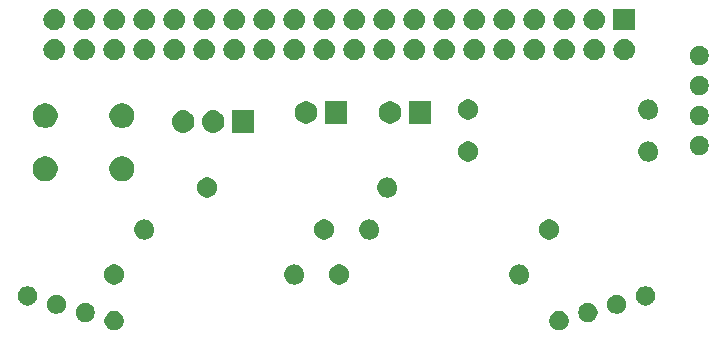
<source format=gbr>
G04 #@! TF.GenerationSoftware,KiCad,Pcbnew,(5.0.2)-1*
G04 #@! TF.CreationDate,2020-12-29T21:20:42+01:00*
G04 #@! TF.ProjectId,Radmesser,5261646d-6573-4736-9572-2e6b69636164,rev?*
G04 #@! TF.SameCoordinates,Original*
G04 #@! TF.FileFunction,Soldermask,Top*
G04 #@! TF.FilePolarity,Negative*
%FSLAX46Y46*%
G04 Gerber Fmt 4.6, Leading zero omitted, Abs format (unit mm)*
G04 Created by KiCad (PCBNEW (5.0.2)-1) date 29.12.2020 21:20:42*
%MOMM*%
%LPD*%
G01*
G04 APERTURE LIST*
%ADD10C,0.100000*%
G04 APERTURE END LIST*
D10*
G36*
X190305609Y-107265538D02*
X190305612Y-107265539D01*
X190305611Y-107265539D01*
X190454114Y-107327050D01*
X190587763Y-107416352D01*
X190701421Y-107530010D01*
X190790723Y-107663659D01*
X190820927Y-107736580D01*
X190852235Y-107812164D01*
X190883593Y-107969810D01*
X190883593Y-108130550D01*
X190852235Y-108288196D01*
X190852234Y-108288198D01*
X190790723Y-108436701D01*
X190701421Y-108570350D01*
X190587763Y-108684008D01*
X190454114Y-108773310D01*
X190331090Y-108824267D01*
X190305609Y-108834822D01*
X190147963Y-108866180D01*
X189987223Y-108866180D01*
X189829577Y-108834822D01*
X189804096Y-108824267D01*
X189681072Y-108773310D01*
X189547423Y-108684008D01*
X189433765Y-108570350D01*
X189344463Y-108436701D01*
X189282952Y-108288198D01*
X189282951Y-108288196D01*
X189251593Y-108130550D01*
X189251593Y-107969810D01*
X189282951Y-107812164D01*
X189314259Y-107736580D01*
X189344463Y-107663659D01*
X189433765Y-107530010D01*
X189547423Y-107416352D01*
X189681072Y-107327050D01*
X189829575Y-107265539D01*
X189829574Y-107265539D01*
X189829577Y-107265538D01*
X189987223Y-107234180D01*
X190147963Y-107234180D01*
X190305609Y-107265538D01*
X190305609Y-107265538D01*
G37*
G36*
X152630423Y-107265537D02*
X152640447Y-107269689D01*
X152778928Y-107327049D01*
X152912577Y-107416351D01*
X153026235Y-107530009D01*
X153115537Y-107663658D01*
X153166494Y-107786682D01*
X153177049Y-107812163D01*
X153208407Y-107969809D01*
X153208407Y-108130549D01*
X153177049Y-108288195D01*
X153177048Y-108288197D01*
X153115537Y-108436700D01*
X153026235Y-108570349D01*
X152912577Y-108684007D01*
X152778928Y-108773309D01*
X152655904Y-108824266D01*
X152630423Y-108834821D01*
X152472777Y-108866179D01*
X152312037Y-108866179D01*
X152154391Y-108834821D01*
X152128910Y-108824266D01*
X152005886Y-108773309D01*
X151872237Y-108684007D01*
X151758579Y-108570349D01*
X151669277Y-108436700D01*
X151607766Y-108288197D01*
X151607765Y-108288195D01*
X151576407Y-108130549D01*
X151576407Y-107969809D01*
X151607765Y-107812163D01*
X151618320Y-107786682D01*
X151669277Y-107663658D01*
X151758579Y-107530009D01*
X151872237Y-107416351D01*
X152005886Y-107327049D01*
X152144367Y-107269689D01*
X152154391Y-107265537D01*
X152312037Y-107234179D01*
X152472777Y-107234179D01*
X152630423Y-107265537D01*
X152630423Y-107265537D01*
G37*
G36*
X192747214Y-106565417D02*
X192757245Y-106569572D01*
X192895719Y-106626929D01*
X193029368Y-106716231D01*
X193143026Y-106829889D01*
X193232328Y-106963538D01*
X193283285Y-107086562D01*
X193293840Y-107112043D01*
X193325198Y-107269689D01*
X193325198Y-107430429D01*
X193293840Y-107588075D01*
X193293839Y-107588077D01*
X193232328Y-107736580D01*
X193143026Y-107870229D01*
X193029368Y-107983887D01*
X192895719Y-108073189D01*
X192772695Y-108124146D01*
X192747214Y-108134701D01*
X192589568Y-108166059D01*
X192428828Y-108166059D01*
X192271182Y-108134701D01*
X192245701Y-108124146D01*
X192122677Y-108073189D01*
X191989028Y-107983887D01*
X191875370Y-107870229D01*
X191786068Y-107736580D01*
X191724557Y-107588077D01*
X191724556Y-107588075D01*
X191693198Y-107430429D01*
X191693198Y-107269689D01*
X191724556Y-107112043D01*
X191735111Y-107086562D01*
X191786068Y-106963538D01*
X191875370Y-106829889D01*
X191989028Y-106716231D01*
X192122677Y-106626929D01*
X192261151Y-106569572D01*
X192271182Y-106565417D01*
X192428828Y-106534059D01*
X192589568Y-106534059D01*
X192747214Y-106565417D01*
X192747214Y-106565417D01*
G37*
G36*
X150188818Y-106565417D02*
X150198849Y-106569572D01*
X150337323Y-106626929D01*
X150470972Y-106716231D01*
X150584630Y-106829889D01*
X150673932Y-106963538D01*
X150724889Y-107086562D01*
X150735444Y-107112043D01*
X150766802Y-107269689D01*
X150766802Y-107430429D01*
X150735444Y-107588075D01*
X150735443Y-107588077D01*
X150673932Y-107736580D01*
X150584630Y-107870229D01*
X150470972Y-107983887D01*
X150337323Y-108073189D01*
X150214299Y-108124146D01*
X150188818Y-108134701D01*
X150031172Y-108166059D01*
X149870432Y-108166059D01*
X149712786Y-108134701D01*
X149687305Y-108124146D01*
X149564281Y-108073189D01*
X149430632Y-107983887D01*
X149316974Y-107870229D01*
X149227672Y-107736580D01*
X149166161Y-107588077D01*
X149166160Y-107588075D01*
X149134802Y-107430429D01*
X149134802Y-107269689D01*
X149166160Y-107112043D01*
X149176715Y-107086562D01*
X149227672Y-106963538D01*
X149316974Y-106829889D01*
X149430632Y-106716231D01*
X149564281Y-106626929D01*
X149702755Y-106569572D01*
X149712786Y-106565417D01*
X149870432Y-106534059D01*
X150031172Y-106534059D01*
X150188818Y-106565417D01*
X150188818Y-106565417D01*
G37*
G36*
X147747214Y-105865299D02*
X147747217Y-105865300D01*
X147747216Y-105865300D01*
X147895719Y-105926811D01*
X148029368Y-106016113D01*
X148143026Y-106129771D01*
X148232328Y-106263420D01*
X148283285Y-106386444D01*
X148293840Y-106411925D01*
X148325198Y-106569571D01*
X148325198Y-106730311D01*
X148293840Y-106887957D01*
X148293839Y-106887959D01*
X148232328Y-107036462D01*
X148143026Y-107170111D01*
X148029368Y-107283769D01*
X147895719Y-107373071D01*
X147772695Y-107424028D01*
X147747214Y-107434583D01*
X147589568Y-107465941D01*
X147428828Y-107465941D01*
X147271182Y-107434583D01*
X147245701Y-107424028D01*
X147122677Y-107373071D01*
X146989028Y-107283769D01*
X146875370Y-107170111D01*
X146786068Y-107036462D01*
X146724557Y-106887959D01*
X146724556Y-106887957D01*
X146693198Y-106730311D01*
X146693198Y-106569571D01*
X146724556Y-106411925D01*
X146735111Y-106386444D01*
X146786068Y-106263420D01*
X146875370Y-106129771D01*
X146989028Y-106016113D01*
X147122677Y-105926811D01*
X147271180Y-105865300D01*
X147271179Y-105865300D01*
X147271182Y-105865299D01*
X147428828Y-105833941D01*
X147589568Y-105833941D01*
X147747214Y-105865299D01*
X147747214Y-105865299D01*
G37*
G36*
X195188818Y-105865299D02*
X195188821Y-105865300D01*
X195188820Y-105865300D01*
X195337323Y-105926811D01*
X195470972Y-106016113D01*
X195584630Y-106129771D01*
X195673932Y-106263420D01*
X195724889Y-106386444D01*
X195735444Y-106411925D01*
X195766802Y-106569571D01*
X195766802Y-106730311D01*
X195735444Y-106887957D01*
X195735443Y-106887959D01*
X195673932Y-107036462D01*
X195584630Y-107170111D01*
X195470972Y-107283769D01*
X195337323Y-107373071D01*
X195214299Y-107424028D01*
X195188818Y-107434583D01*
X195031172Y-107465941D01*
X194870432Y-107465941D01*
X194712786Y-107434583D01*
X194687305Y-107424028D01*
X194564281Y-107373071D01*
X194430632Y-107283769D01*
X194316974Y-107170111D01*
X194227672Y-107036462D01*
X194166161Y-106887959D01*
X194166160Y-106887957D01*
X194134802Y-106730311D01*
X194134802Y-106569571D01*
X194166160Y-106411925D01*
X194176715Y-106386444D01*
X194227672Y-106263420D01*
X194316974Y-106129771D01*
X194430632Y-106016113D01*
X194564281Y-105926811D01*
X194712784Y-105865300D01*
X194712783Y-105865300D01*
X194712786Y-105865299D01*
X194870432Y-105833941D01*
X195031172Y-105833941D01*
X195188818Y-105865299D01*
X195188818Y-105865299D01*
G37*
G36*
X145305609Y-105165179D02*
X145305612Y-105165180D01*
X145305611Y-105165180D01*
X145454114Y-105226691D01*
X145587763Y-105315993D01*
X145701421Y-105429651D01*
X145790723Y-105563300D01*
X145841680Y-105686324D01*
X145852235Y-105711805D01*
X145883593Y-105869451D01*
X145883593Y-106030191D01*
X145852235Y-106187837D01*
X145852234Y-106187839D01*
X145790723Y-106336342D01*
X145701421Y-106469991D01*
X145587763Y-106583649D01*
X145454114Y-106672951D01*
X145349625Y-106716231D01*
X145305609Y-106734463D01*
X145147963Y-106765821D01*
X144987223Y-106765821D01*
X144829577Y-106734463D01*
X144785561Y-106716231D01*
X144681072Y-106672951D01*
X144547423Y-106583649D01*
X144433765Y-106469991D01*
X144344463Y-106336342D01*
X144282952Y-106187839D01*
X144282951Y-106187837D01*
X144251593Y-106030191D01*
X144251593Y-105869451D01*
X144282951Y-105711805D01*
X144293506Y-105686324D01*
X144344463Y-105563300D01*
X144433765Y-105429651D01*
X144547423Y-105315993D01*
X144681072Y-105226691D01*
X144829575Y-105165180D01*
X144829574Y-105165180D01*
X144829577Y-105165179D01*
X144987223Y-105133821D01*
X145147963Y-105133821D01*
X145305609Y-105165179D01*
X145305609Y-105165179D01*
G37*
G36*
X197630423Y-105165178D02*
X197655904Y-105175733D01*
X197778928Y-105226690D01*
X197912577Y-105315992D01*
X198026235Y-105429650D01*
X198115537Y-105563299D01*
X198166494Y-105686323D01*
X198177049Y-105711804D01*
X198208407Y-105869450D01*
X198208407Y-106030190D01*
X198177049Y-106187836D01*
X198177048Y-106187838D01*
X198115537Y-106336341D01*
X198026235Y-106469990D01*
X197912577Y-106583648D01*
X197778928Y-106672950D01*
X197655904Y-106723907D01*
X197630423Y-106734462D01*
X197472777Y-106765820D01*
X197312037Y-106765820D01*
X197154391Y-106734462D01*
X197128910Y-106723907D01*
X197005886Y-106672950D01*
X196872237Y-106583648D01*
X196758579Y-106469990D01*
X196669277Y-106336341D01*
X196607766Y-106187838D01*
X196607765Y-106187836D01*
X196576407Y-106030190D01*
X196576407Y-105869450D01*
X196607765Y-105711804D01*
X196618320Y-105686323D01*
X196669277Y-105563299D01*
X196758579Y-105429650D01*
X196872237Y-105315992D01*
X197005886Y-105226690D01*
X197128910Y-105175733D01*
X197154391Y-105165178D01*
X197312037Y-105133820D01*
X197472777Y-105133820D01*
X197630423Y-105165178D01*
X197630423Y-105165178D01*
G37*
G36*
X152648228Y-103321703D02*
X152803100Y-103385853D01*
X152942481Y-103478985D01*
X153061015Y-103597519D01*
X153154147Y-103736900D01*
X153218297Y-103891772D01*
X153251000Y-104056184D01*
X153251000Y-104223816D01*
X153218297Y-104388228D01*
X153154147Y-104543100D01*
X153061015Y-104682481D01*
X152942481Y-104801015D01*
X152803100Y-104894147D01*
X152648228Y-104958297D01*
X152483816Y-104991000D01*
X152316184Y-104991000D01*
X152151772Y-104958297D01*
X151996900Y-104894147D01*
X151857519Y-104801015D01*
X151738985Y-104682481D01*
X151645853Y-104543100D01*
X151581703Y-104388228D01*
X151549000Y-104223816D01*
X151549000Y-104056184D01*
X151581703Y-103891772D01*
X151645853Y-103736900D01*
X151738985Y-103597519D01*
X151857519Y-103478985D01*
X151996900Y-103385853D01*
X152151772Y-103321703D01*
X152316184Y-103289000D01*
X152483816Y-103289000D01*
X152648228Y-103321703D01*
X152648228Y-103321703D01*
G37*
G36*
X167806821Y-103301313D02*
X167806824Y-103301314D01*
X167806825Y-103301314D01*
X167967239Y-103349975D01*
X167967241Y-103349976D01*
X167967244Y-103349977D01*
X168115078Y-103428995D01*
X168244659Y-103535341D01*
X168351005Y-103664922D01*
X168430023Y-103812756D01*
X168430024Y-103812759D01*
X168430025Y-103812761D01*
X168478686Y-103973175D01*
X168478687Y-103973179D01*
X168495117Y-104140000D01*
X168478687Y-104306821D01*
X168478686Y-104306824D01*
X168478686Y-104306825D01*
X168453993Y-104388228D01*
X168430023Y-104467244D01*
X168351005Y-104615078D01*
X168244659Y-104744659D01*
X168115078Y-104851005D01*
X167967244Y-104930023D01*
X167967241Y-104930024D01*
X167967239Y-104930025D01*
X167806825Y-104978686D01*
X167806824Y-104978686D01*
X167806821Y-104978687D01*
X167681804Y-104991000D01*
X167598196Y-104991000D01*
X167473179Y-104978687D01*
X167473176Y-104978686D01*
X167473175Y-104978686D01*
X167312761Y-104930025D01*
X167312759Y-104930024D01*
X167312756Y-104930023D01*
X167164922Y-104851005D01*
X167035341Y-104744659D01*
X166928995Y-104615078D01*
X166849977Y-104467244D01*
X166826008Y-104388228D01*
X166801314Y-104306825D01*
X166801314Y-104306824D01*
X166801313Y-104306821D01*
X166784883Y-104140000D01*
X166801313Y-103973179D01*
X166801314Y-103973175D01*
X166849975Y-103812761D01*
X166849976Y-103812759D01*
X166849977Y-103812756D01*
X166928995Y-103664922D01*
X167035341Y-103535341D01*
X167164922Y-103428995D01*
X167312756Y-103349977D01*
X167312759Y-103349976D01*
X167312761Y-103349975D01*
X167473175Y-103301314D01*
X167473176Y-103301314D01*
X167473179Y-103301313D01*
X167598196Y-103289000D01*
X167681804Y-103289000D01*
X167806821Y-103301313D01*
X167806821Y-103301313D01*
G37*
G36*
X171698228Y-103321703D02*
X171853100Y-103385853D01*
X171992481Y-103478985D01*
X172111015Y-103597519D01*
X172204147Y-103736900D01*
X172268297Y-103891772D01*
X172301000Y-104056184D01*
X172301000Y-104223816D01*
X172268297Y-104388228D01*
X172204147Y-104543100D01*
X172111015Y-104682481D01*
X171992481Y-104801015D01*
X171853100Y-104894147D01*
X171698228Y-104958297D01*
X171533816Y-104991000D01*
X171366184Y-104991000D01*
X171201772Y-104958297D01*
X171046900Y-104894147D01*
X170907519Y-104801015D01*
X170788985Y-104682481D01*
X170695853Y-104543100D01*
X170631703Y-104388228D01*
X170599000Y-104223816D01*
X170599000Y-104056184D01*
X170631703Y-103891772D01*
X170695853Y-103736900D01*
X170788985Y-103597519D01*
X170907519Y-103478985D01*
X171046900Y-103385853D01*
X171201772Y-103321703D01*
X171366184Y-103289000D01*
X171533816Y-103289000D01*
X171698228Y-103321703D01*
X171698228Y-103321703D01*
G37*
G36*
X186856821Y-103301313D02*
X186856824Y-103301314D01*
X186856825Y-103301314D01*
X187017239Y-103349975D01*
X187017241Y-103349976D01*
X187017244Y-103349977D01*
X187165078Y-103428995D01*
X187294659Y-103535341D01*
X187401005Y-103664922D01*
X187480023Y-103812756D01*
X187480024Y-103812759D01*
X187480025Y-103812761D01*
X187528686Y-103973175D01*
X187528687Y-103973179D01*
X187545117Y-104140000D01*
X187528687Y-104306821D01*
X187528686Y-104306824D01*
X187528686Y-104306825D01*
X187503993Y-104388228D01*
X187480023Y-104467244D01*
X187401005Y-104615078D01*
X187294659Y-104744659D01*
X187165078Y-104851005D01*
X187017244Y-104930023D01*
X187017241Y-104930024D01*
X187017239Y-104930025D01*
X186856825Y-104978686D01*
X186856824Y-104978686D01*
X186856821Y-104978687D01*
X186731804Y-104991000D01*
X186648196Y-104991000D01*
X186523179Y-104978687D01*
X186523176Y-104978686D01*
X186523175Y-104978686D01*
X186362761Y-104930025D01*
X186362759Y-104930024D01*
X186362756Y-104930023D01*
X186214922Y-104851005D01*
X186085341Y-104744659D01*
X185978995Y-104615078D01*
X185899977Y-104467244D01*
X185876008Y-104388228D01*
X185851314Y-104306825D01*
X185851314Y-104306824D01*
X185851313Y-104306821D01*
X185834883Y-104140000D01*
X185851313Y-103973179D01*
X185851314Y-103973175D01*
X185899975Y-103812761D01*
X185899976Y-103812759D01*
X185899977Y-103812756D01*
X185978995Y-103664922D01*
X186085341Y-103535341D01*
X186214922Y-103428995D01*
X186362756Y-103349977D01*
X186362759Y-103349976D01*
X186362761Y-103349975D01*
X186523175Y-103301314D01*
X186523176Y-103301314D01*
X186523179Y-103301313D01*
X186648196Y-103289000D01*
X186731804Y-103289000D01*
X186856821Y-103301313D01*
X186856821Y-103301313D01*
G37*
G36*
X155106821Y-99491313D02*
X155106824Y-99491314D01*
X155106825Y-99491314D01*
X155267239Y-99539975D01*
X155267241Y-99539976D01*
X155267244Y-99539977D01*
X155415078Y-99618995D01*
X155544659Y-99725341D01*
X155651005Y-99854922D01*
X155730023Y-100002756D01*
X155730024Y-100002759D01*
X155730025Y-100002761D01*
X155778686Y-100163175D01*
X155778687Y-100163179D01*
X155795117Y-100330000D01*
X155778687Y-100496821D01*
X155778686Y-100496824D01*
X155778686Y-100496825D01*
X155753993Y-100578228D01*
X155730023Y-100657244D01*
X155651005Y-100805078D01*
X155544659Y-100934659D01*
X155415078Y-101041005D01*
X155267244Y-101120023D01*
X155267241Y-101120024D01*
X155267239Y-101120025D01*
X155106825Y-101168686D01*
X155106824Y-101168686D01*
X155106821Y-101168687D01*
X154981804Y-101181000D01*
X154898196Y-101181000D01*
X154773179Y-101168687D01*
X154773176Y-101168686D01*
X154773175Y-101168686D01*
X154612761Y-101120025D01*
X154612759Y-101120024D01*
X154612756Y-101120023D01*
X154464922Y-101041005D01*
X154335341Y-100934659D01*
X154228995Y-100805078D01*
X154149977Y-100657244D01*
X154126008Y-100578228D01*
X154101314Y-100496825D01*
X154101314Y-100496824D01*
X154101313Y-100496821D01*
X154084883Y-100330000D01*
X154101313Y-100163179D01*
X154101314Y-100163175D01*
X154149975Y-100002761D01*
X154149976Y-100002759D01*
X154149977Y-100002756D01*
X154228995Y-99854922D01*
X154335341Y-99725341D01*
X154464922Y-99618995D01*
X154612756Y-99539977D01*
X154612759Y-99539976D01*
X154612761Y-99539975D01*
X154773175Y-99491314D01*
X154773176Y-99491314D01*
X154773179Y-99491313D01*
X154898196Y-99479000D01*
X154981804Y-99479000D01*
X155106821Y-99491313D01*
X155106821Y-99491313D01*
G37*
G36*
X174156821Y-99491313D02*
X174156824Y-99491314D01*
X174156825Y-99491314D01*
X174317239Y-99539975D01*
X174317241Y-99539976D01*
X174317244Y-99539977D01*
X174465078Y-99618995D01*
X174594659Y-99725341D01*
X174701005Y-99854922D01*
X174780023Y-100002756D01*
X174780024Y-100002759D01*
X174780025Y-100002761D01*
X174828686Y-100163175D01*
X174828687Y-100163179D01*
X174845117Y-100330000D01*
X174828687Y-100496821D01*
X174828686Y-100496824D01*
X174828686Y-100496825D01*
X174803993Y-100578228D01*
X174780023Y-100657244D01*
X174701005Y-100805078D01*
X174594659Y-100934659D01*
X174465078Y-101041005D01*
X174317244Y-101120023D01*
X174317241Y-101120024D01*
X174317239Y-101120025D01*
X174156825Y-101168686D01*
X174156824Y-101168686D01*
X174156821Y-101168687D01*
X174031804Y-101181000D01*
X173948196Y-101181000D01*
X173823179Y-101168687D01*
X173823176Y-101168686D01*
X173823175Y-101168686D01*
X173662761Y-101120025D01*
X173662759Y-101120024D01*
X173662756Y-101120023D01*
X173514922Y-101041005D01*
X173385341Y-100934659D01*
X173278995Y-100805078D01*
X173199977Y-100657244D01*
X173176008Y-100578228D01*
X173151314Y-100496825D01*
X173151314Y-100496824D01*
X173151313Y-100496821D01*
X173134883Y-100330000D01*
X173151313Y-100163179D01*
X173151314Y-100163175D01*
X173199975Y-100002761D01*
X173199976Y-100002759D01*
X173199977Y-100002756D01*
X173278995Y-99854922D01*
X173385341Y-99725341D01*
X173514922Y-99618995D01*
X173662756Y-99539977D01*
X173662759Y-99539976D01*
X173662761Y-99539975D01*
X173823175Y-99491314D01*
X173823176Y-99491314D01*
X173823179Y-99491313D01*
X173948196Y-99479000D01*
X174031804Y-99479000D01*
X174156821Y-99491313D01*
X174156821Y-99491313D01*
G37*
G36*
X189478228Y-99511703D02*
X189633100Y-99575853D01*
X189772481Y-99668985D01*
X189891015Y-99787519D01*
X189984147Y-99926900D01*
X190048297Y-100081772D01*
X190081000Y-100246184D01*
X190081000Y-100413816D01*
X190048297Y-100578228D01*
X189984147Y-100733100D01*
X189891015Y-100872481D01*
X189772481Y-100991015D01*
X189633100Y-101084147D01*
X189478228Y-101148297D01*
X189313816Y-101181000D01*
X189146184Y-101181000D01*
X188981772Y-101148297D01*
X188826900Y-101084147D01*
X188687519Y-100991015D01*
X188568985Y-100872481D01*
X188475853Y-100733100D01*
X188411703Y-100578228D01*
X188379000Y-100413816D01*
X188379000Y-100246184D01*
X188411703Y-100081772D01*
X188475853Y-99926900D01*
X188568985Y-99787519D01*
X188687519Y-99668985D01*
X188826900Y-99575853D01*
X188981772Y-99511703D01*
X189146184Y-99479000D01*
X189313816Y-99479000D01*
X189478228Y-99511703D01*
X189478228Y-99511703D01*
G37*
G36*
X170428228Y-99511703D02*
X170583100Y-99575853D01*
X170722481Y-99668985D01*
X170841015Y-99787519D01*
X170934147Y-99926900D01*
X170998297Y-100081772D01*
X171031000Y-100246184D01*
X171031000Y-100413816D01*
X170998297Y-100578228D01*
X170934147Y-100733100D01*
X170841015Y-100872481D01*
X170722481Y-100991015D01*
X170583100Y-101084147D01*
X170428228Y-101148297D01*
X170263816Y-101181000D01*
X170096184Y-101181000D01*
X169931772Y-101148297D01*
X169776900Y-101084147D01*
X169637519Y-100991015D01*
X169518985Y-100872481D01*
X169425853Y-100733100D01*
X169361703Y-100578228D01*
X169329000Y-100413816D01*
X169329000Y-100246184D01*
X169361703Y-100081772D01*
X169425853Y-99926900D01*
X169518985Y-99787519D01*
X169637519Y-99668985D01*
X169776900Y-99575853D01*
X169931772Y-99511703D01*
X170096184Y-99479000D01*
X170263816Y-99479000D01*
X170428228Y-99511703D01*
X170428228Y-99511703D01*
G37*
G36*
X160522228Y-95955703D02*
X160677100Y-96019853D01*
X160816481Y-96112985D01*
X160935015Y-96231519D01*
X161028147Y-96370900D01*
X161092297Y-96525772D01*
X161125000Y-96690184D01*
X161125000Y-96857816D01*
X161092297Y-97022228D01*
X161028147Y-97177100D01*
X160935015Y-97316481D01*
X160816481Y-97435015D01*
X160677100Y-97528147D01*
X160522228Y-97592297D01*
X160357816Y-97625000D01*
X160190184Y-97625000D01*
X160025772Y-97592297D01*
X159870900Y-97528147D01*
X159731519Y-97435015D01*
X159612985Y-97316481D01*
X159519853Y-97177100D01*
X159455703Y-97022228D01*
X159423000Y-96857816D01*
X159423000Y-96690184D01*
X159455703Y-96525772D01*
X159519853Y-96370900D01*
X159612985Y-96231519D01*
X159731519Y-96112985D01*
X159870900Y-96019853D01*
X160025772Y-95955703D01*
X160190184Y-95923000D01*
X160357816Y-95923000D01*
X160522228Y-95955703D01*
X160522228Y-95955703D01*
G37*
G36*
X175680821Y-95935313D02*
X175680824Y-95935314D01*
X175680825Y-95935314D01*
X175841239Y-95983975D01*
X175841241Y-95983976D01*
X175841244Y-95983977D01*
X175989078Y-96062995D01*
X176118659Y-96169341D01*
X176225005Y-96298922D01*
X176304023Y-96446756D01*
X176304024Y-96446759D01*
X176304025Y-96446761D01*
X176352686Y-96607175D01*
X176352687Y-96607179D01*
X176369117Y-96774000D01*
X176352687Y-96940821D01*
X176352686Y-96940824D01*
X176352686Y-96940825D01*
X176327993Y-97022228D01*
X176304023Y-97101244D01*
X176225005Y-97249078D01*
X176118659Y-97378659D01*
X175989078Y-97485005D01*
X175841244Y-97564023D01*
X175841241Y-97564024D01*
X175841239Y-97564025D01*
X175680825Y-97612686D01*
X175680824Y-97612686D01*
X175680821Y-97612687D01*
X175555804Y-97625000D01*
X175472196Y-97625000D01*
X175347179Y-97612687D01*
X175347176Y-97612686D01*
X175347175Y-97612686D01*
X175186761Y-97564025D01*
X175186759Y-97564024D01*
X175186756Y-97564023D01*
X175038922Y-97485005D01*
X174909341Y-97378659D01*
X174802995Y-97249078D01*
X174723977Y-97101244D01*
X174700008Y-97022228D01*
X174675314Y-96940825D01*
X174675314Y-96940824D01*
X174675313Y-96940821D01*
X174658883Y-96774000D01*
X174675313Y-96607179D01*
X174675314Y-96607175D01*
X174723975Y-96446761D01*
X174723976Y-96446759D01*
X174723977Y-96446756D01*
X174802995Y-96298922D01*
X174909341Y-96169341D01*
X175038922Y-96062995D01*
X175186756Y-95983977D01*
X175186759Y-95983976D01*
X175186761Y-95983975D01*
X175347175Y-95935314D01*
X175347176Y-95935314D01*
X175347179Y-95935313D01*
X175472196Y-95923000D01*
X175555804Y-95923000D01*
X175680821Y-95935313D01*
X175680821Y-95935313D01*
G37*
G36*
X146864565Y-94167389D02*
X147055834Y-94246615D01*
X147227976Y-94361637D01*
X147374363Y-94508024D01*
X147489385Y-94680166D01*
X147568611Y-94871435D01*
X147609000Y-95074484D01*
X147609000Y-95281516D01*
X147568611Y-95484565D01*
X147489385Y-95675834D01*
X147374363Y-95847976D01*
X147227976Y-95994363D01*
X147055834Y-96109385D01*
X146864565Y-96188611D01*
X146661516Y-96229000D01*
X146454484Y-96229000D01*
X146251435Y-96188611D01*
X146060166Y-96109385D01*
X145888024Y-95994363D01*
X145741637Y-95847976D01*
X145626615Y-95675834D01*
X145547389Y-95484565D01*
X145507000Y-95281516D01*
X145507000Y-95074484D01*
X145547389Y-94871435D01*
X145626615Y-94680166D01*
X145741637Y-94508024D01*
X145888024Y-94361637D01*
X146060166Y-94246615D01*
X146251435Y-94167389D01*
X146454484Y-94127000D01*
X146661516Y-94127000D01*
X146864565Y-94167389D01*
X146864565Y-94167389D01*
G37*
G36*
X153364565Y-94167389D02*
X153555834Y-94246615D01*
X153727976Y-94361637D01*
X153874363Y-94508024D01*
X153989385Y-94680166D01*
X154068611Y-94871435D01*
X154109000Y-95074484D01*
X154109000Y-95281516D01*
X154068611Y-95484565D01*
X153989385Y-95675834D01*
X153874363Y-95847976D01*
X153727976Y-95994363D01*
X153555834Y-96109385D01*
X153364565Y-96188611D01*
X153161516Y-96229000D01*
X152954484Y-96229000D01*
X152751435Y-96188611D01*
X152560166Y-96109385D01*
X152388024Y-95994363D01*
X152241637Y-95847976D01*
X152126615Y-95675834D01*
X152047389Y-95484565D01*
X152007000Y-95281516D01*
X152007000Y-95074484D01*
X152047389Y-94871435D01*
X152126615Y-94680166D01*
X152241637Y-94508024D01*
X152388024Y-94361637D01*
X152560166Y-94246615D01*
X152751435Y-94167389D01*
X152954484Y-94127000D01*
X153161516Y-94127000D01*
X153364565Y-94167389D01*
X153364565Y-94167389D01*
G37*
G36*
X182620228Y-92907703D02*
X182775100Y-92971853D01*
X182914481Y-93064985D01*
X183033015Y-93183519D01*
X183126147Y-93322900D01*
X183190297Y-93477772D01*
X183223000Y-93642184D01*
X183223000Y-93809816D01*
X183190297Y-93974228D01*
X183126147Y-94129100D01*
X183033015Y-94268481D01*
X182914481Y-94387015D01*
X182775100Y-94480147D01*
X182620228Y-94544297D01*
X182455816Y-94577000D01*
X182288184Y-94577000D01*
X182123772Y-94544297D01*
X181968900Y-94480147D01*
X181829519Y-94387015D01*
X181710985Y-94268481D01*
X181617853Y-94129100D01*
X181553703Y-93974228D01*
X181521000Y-93809816D01*
X181521000Y-93642184D01*
X181553703Y-93477772D01*
X181617853Y-93322900D01*
X181710985Y-93183519D01*
X181829519Y-93064985D01*
X181968900Y-92971853D01*
X182123772Y-92907703D01*
X182288184Y-92875000D01*
X182455816Y-92875000D01*
X182620228Y-92907703D01*
X182620228Y-92907703D01*
G37*
G36*
X197778821Y-92887313D02*
X197778824Y-92887314D01*
X197778825Y-92887314D01*
X197939239Y-92935975D01*
X197939241Y-92935976D01*
X197939244Y-92935977D01*
X198087078Y-93014995D01*
X198216659Y-93121341D01*
X198323005Y-93250922D01*
X198402023Y-93398756D01*
X198402024Y-93398759D01*
X198402025Y-93398761D01*
X198450686Y-93559175D01*
X198450687Y-93559179D01*
X198467117Y-93726000D01*
X198450687Y-93892821D01*
X198450686Y-93892824D01*
X198450686Y-93892825D01*
X198417374Y-94002641D01*
X198402023Y-94053244D01*
X198323005Y-94201078D01*
X198216659Y-94330659D01*
X198087078Y-94437005D01*
X197939244Y-94516023D01*
X197939241Y-94516024D01*
X197939239Y-94516025D01*
X197778825Y-94564686D01*
X197778824Y-94564686D01*
X197778821Y-94564687D01*
X197653804Y-94577000D01*
X197570196Y-94577000D01*
X197445179Y-94564687D01*
X197445176Y-94564686D01*
X197445175Y-94564686D01*
X197284761Y-94516025D01*
X197284759Y-94516024D01*
X197284756Y-94516023D01*
X197136922Y-94437005D01*
X197007341Y-94330659D01*
X196900995Y-94201078D01*
X196821977Y-94053244D01*
X196806627Y-94002641D01*
X196773314Y-93892825D01*
X196773314Y-93892824D01*
X196773313Y-93892821D01*
X196756883Y-93726000D01*
X196773313Y-93559179D01*
X196773314Y-93559175D01*
X196821975Y-93398761D01*
X196821976Y-93398759D01*
X196821977Y-93398756D01*
X196900995Y-93250922D01*
X197007341Y-93121341D01*
X197136922Y-93014995D01*
X197284756Y-92935977D01*
X197284759Y-92935976D01*
X197284761Y-92935975D01*
X197445175Y-92887314D01*
X197445176Y-92887314D01*
X197445179Y-92887313D01*
X197570196Y-92875000D01*
X197653804Y-92875000D01*
X197778821Y-92887313D01*
X197778821Y-92887313D01*
G37*
G36*
X202168016Y-92433358D02*
X202168019Y-92433359D01*
X202168018Y-92433359D01*
X202316521Y-92494870D01*
X202450170Y-92584172D01*
X202563828Y-92697830D01*
X202653130Y-92831479D01*
X202684703Y-92907704D01*
X202714642Y-92979984D01*
X202746000Y-93137630D01*
X202746000Y-93298370D01*
X202714642Y-93456016D01*
X202714641Y-93456018D01*
X202653130Y-93604521D01*
X202563828Y-93738170D01*
X202450170Y-93851828D01*
X202316521Y-93941130D01*
X202193497Y-93992087D01*
X202168016Y-94002642D01*
X202010370Y-94034000D01*
X201849630Y-94034000D01*
X201691984Y-94002642D01*
X201666503Y-93992087D01*
X201543479Y-93941130D01*
X201409830Y-93851828D01*
X201296172Y-93738170D01*
X201206870Y-93604521D01*
X201145359Y-93456018D01*
X201145358Y-93456016D01*
X201114000Y-93298370D01*
X201114000Y-93137630D01*
X201145358Y-92979984D01*
X201175297Y-92907704D01*
X201206870Y-92831479D01*
X201296172Y-92697830D01*
X201409830Y-92584172D01*
X201543479Y-92494870D01*
X201691982Y-92433359D01*
X201691981Y-92433359D01*
X201691984Y-92433358D01*
X201849630Y-92402000D01*
X202010370Y-92402000D01*
X202168016Y-92433358D01*
X202168016Y-92433358D01*
G37*
G36*
X158428425Y-90248760D02*
X158428428Y-90248761D01*
X158428429Y-90248761D01*
X158607693Y-90303140D01*
X158607695Y-90303141D01*
X158772905Y-90391448D01*
X158917712Y-90510288D01*
X159036552Y-90655095D01*
X159067226Y-90712481D01*
X159124860Y-90820307D01*
X159156359Y-90924146D01*
X159179240Y-90999575D01*
X159197601Y-91186000D01*
X159179240Y-91372425D01*
X159179239Y-91372428D01*
X159179239Y-91372429D01*
X159142251Y-91494363D01*
X159124859Y-91551695D01*
X159036552Y-91716905D01*
X158917712Y-91861712D01*
X158772905Y-91980552D01*
X158772903Y-91980553D01*
X158607693Y-92068860D01*
X158428429Y-92123239D01*
X158428428Y-92123239D01*
X158428425Y-92123240D01*
X158288718Y-92137000D01*
X158195282Y-92137000D01*
X158055575Y-92123240D01*
X158055572Y-92123239D01*
X158055571Y-92123239D01*
X157876307Y-92068860D01*
X157711097Y-91980553D01*
X157711095Y-91980552D01*
X157566288Y-91861712D01*
X157447448Y-91716905D01*
X157359141Y-91551695D01*
X157341750Y-91494363D01*
X157304761Y-91372429D01*
X157304761Y-91372428D01*
X157304760Y-91372425D01*
X157286399Y-91186000D01*
X157304760Y-90999575D01*
X157327641Y-90924146D01*
X157359140Y-90820307D01*
X157416774Y-90712481D01*
X157447448Y-90655095D01*
X157566288Y-90510288D01*
X157711095Y-90391448D01*
X157876305Y-90303141D01*
X157876307Y-90303140D01*
X158055571Y-90248761D01*
X158055572Y-90248761D01*
X158055575Y-90248760D01*
X158195282Y-90235000D01*
X158288718Y-90235000D01*
X158428425Y-90248760D01*
X158428425Y-90248760D01*
G37*
G36*
X164273000Y-92137000D02*
X162371000Y-92137000D01*
X162371000Y-90235000D01*
X164273000Y-90235000D01*
X164273000Y-92137000D01*
X164273000Y-92137000D01*
G37*
G36*
X160968425Y-90248760D02*
X160968428Y-90248761D01*
X160968429Y-90248761D01*
X161147693Y-90303140D01*
X161147695Y-90303141D01*
X161312905Y-90391448D01*
X161457712Y-90510288D01*
X161576552Y-90655095D01*
X161607226Y-90712481D01*
X161664860Y-90820307D01*
X161696359Y-90924146D01*
X161719240Y-90999575D01*
X161737601Y-91186000D01*
X161719240Y-91372425D01*
X161719239Y-91372428D01*
X161719239Y-91372429D01*
X161682251Y-91494363D01*
X161664859Y-91551695D01*
X161576552Y-91716905D01*
X161457712Y-91861712D01*
X161312905Y-91980552D01*
X161312903Y-91980553D01*
X161147693Y-92068860D01*
X160968429Y-92123239D01*
X160968428Y-92123239D01*
X160968425Y-92123240D01*
X160828718Y-92137000D01*
X160735282Y-92137000D01*
X160595575Y-92123240D01*
X160595572Y-92123239D01*
X160595571Y-92123239D01*
X160416307Y-92068860D01*
X160251097Y-91980553D01*
X160251095Y-91980552D01*
X160106288Y-91861712D01*
X159987448Y-91716905D01*
X159899141Y-91551695D01*
X159881750Y-91494363D01*
X159844761Y-91372429D01*
X159844761Y-91372428D01*
X159844760Y-91372425D01*
X159826399Y-91186000D01*
X159844760Y-90999575D01*
X159867641Y-90924146D01*
X159899140Y-90820307D01*
X159956774Y-90712481D01*
X159987448Y-90655095D01*
X160106288Y-90510288D01*
X160251095Y-90391448D01*
X160416305Y-90303141D01*
X160416307Y-90303140D01*
X160595571Y-90248761D01*
X160595572Y-90248761D01*
X160595575Y-90248760D01*
X160735282Y-90235000D01*
X160828718Y-90235000D01*
X160968425Y-90248760D01*
X160968425Y-90248760D01*
G37*
G36*
X146864565Y-89667389D02*
X147055834Y-89746615D01*
X147227976Y-89861637D01*
X147374363Y-90008024D01*
X147489385Y-90180166D01*
X147568611Y-90371435D01*
X147609000Y-90574484D01*
X147609000Y-90781516D01*
X147568611Y-90984565D01*
X147489385Y-91175834D01*
X147374363Y-91347976D01*
X147227976Y-91494363D01*
X147055834Y-91609385D01*
X146864565Y-91688611D01*
X146661516Y-91729000D01*
X146454484Y-91729000D01*
X146251435Y-91688611D01*
X146060166Y-91609385D01*
X145888024Y-91494363D01*
X145741637Y-91347976D01*
X145626615Y-91175834D01*
X145547389Y-90984565D01*
X145507000Y-90781516D01*
X145507000Y-90574484D01*
X145547389Y-90371435D01*
X145626615Y-90180166D01*
X145741637Y-90008024D01*
X145888024Y-89861637D01*
X146060166Y-89746615D01*
X146251435Y-89667389D01*
X146454484Y-89627000D01*
X146661516Y-89627000D01*
X146864565Y-89667389D01*
X146864565Y-89667389D01*
G37*
G36*
X153364565Y-89667389D02*
X153555834Y-89746615D01*
X153727976Y-89861637D01*
X153874363Y-90008024D01*
X153989385Y-90180166D01*
X154068611Y-90371435D01*
X154109000Y-90574484D01*
X154109000Y-90781516D01*
X154068611Y-90984565D01*
X153989385Y-91175834D01*
X153874363Y-91347976D01*
X153727976Y-91494363D01*
X153555834Y-91609385D01*
X153364565Y-91688611D01*
X153161516Y-91729000D01*
X152954484Y-91729000D01*
X152751435Y-91688611D01*
X152560166Y-91609385D01*
X152388024Y-91494363D01*
X152241637Y-91347976D01*
X152126615Y-91175834D01*
X152047389Y-90984565D01*
X152007000Y-90781516D01*
X152007000Y-90574484D01*
X152047389Y-90371435D01*
X152126615Y-90180166D01*
X152241637Y-90008024D01*
X152388024Y-89861637D01*
X152560166Y-89746615D01*
X152751435Y-89667389D01*
X152954484Y-89627000D01*
X153161516Y-89627000D01*
X153364565Y-89667389D01*
X153364565Y-89667389D01*
G37*
G36*
X202168016Y-89893358D02*
X202168019Y-89893359D01*
X202168018Y-89893359D01*
X202316521Y-89954870D01*
X202450170Y-90044172D01*
X202563828Y-90157830D01*
X202653130Y-90291479D01*
X202686248Y-90371435D01*
X202714642Y-90439984D01*
X202746000Y-90597630D01*
X202746000Y-90758370D01*
X202714642Y-90916016D01*
X202714641Y-90916018D01*
X202653130Y-91064521D01*
X202563828Y-91198170D01*
X202450170Y-91311828D01*
X202316521Y-91401130D01*
X202193497Y-91452087D01*
X202168016Y-91462642D01*
X202010370Y-91494000D01*
X201849630Y-91494000D01*
X201691984Y-91462642D01*
X201666503Y-91452087D01*
X201543479Y-91401130D01*
X201409830Y-91311828D01*
X201296172Y-91198170D01*
X201206870Y-91064521D01*
X201145359Y-90916018D01*
X201145358Y-90916016D01*
X201114000Y-90758370D01*
X201114000Y-90597630D01*
X201145358Y-90439984D01*
X201173752Y-90371435D01*
X201206870Y-90291479D01*
X201296172Y-90157830D01*
X201409830Y-90044172D01*
X201543479Y-89954870D01*
X201691982Y-89893359D01*
X201691981Y-89893359D01*
X201691984Y-89893358D01*
X201849630Y-89862000D01*
X202010370Y-89862000D01*
X202168016Y-89893358D01*
X202168016Y-89893358D01*
G37*
G36*
X168933396Y-89509546D02*
X169106466Y-89581234D01*
X169262230Y-89685312D01*
X169394688Y-89817770D01*
X169498766Y-89973534D01*
X169570454Y-90146604D01*
X169607000Y-90330333D01*
X169607000Y-90517667D01*
X169570454Y-90701396D01*
X169498766Y-90874466D01*
X169394688Y-91030230D01*
X169262230Y-91162688D01*
X169106466Y-91266766D01*
X168933396Y-91338454D01*
X168749667Y-91375000D01*
X168562333Y-91375000D01*
X168378604Y-91338454D01*
X168205534Y-91266766D01*
X168049770Y-91162688D01*
X167917312Y-91030230D01*
X167813234Y-90874466D01*
X167741546Y-90701396D01*
X167705000Y-90517667D01*
X167705000Y-90330333D01*
X167741546Y-90146604D01*
X167813234Y-89973534D01*
X167917312Y-89817770D01*
X168049770Y-89685312D01*
X168205534Y-89581234D01*
X168378604Y-89509546D01*
X168562333Y-89473000D01*
X168749667Y-89473000D01*
X168933396Y-89509546D01*
X168933396Y-89509546D01*
G37*
G36*
X172147000Y-91375000D02*
X170245000Y-91375000D01*
X170245000Y-89473000D01*
X172147000Y-89473000D01*
X172147000Y-91375000D01*
X172147000Y-91375000D01*
G37*
G36*
X176045396Y-89509546D02*
X176218466Y-89581234D01*
X176374230Y-89685312D01*
X176506688Y-89817770D01*
X176610766Y-89973534D01*
X176682454Y-90146604D01*
X176719000Y-90330333D01*
X176719000Y-90517667D01*
X176682454Y-90701396D01*
X176610766Y-90874466D01*
X176506688Y-91030230D01*
X176374230Y-91162688D01*
X176218466Y-91266766D01*
X176045396Y-91338454D01*
X175861667Y-91375000D01*
X175674333Y-91375000D01*
X175490604Y-91338454D01*
X175317534Y-91266766D01*
X175161770Y-91162688D01*
X175029312Y-91030230D01*
X174925234Y-90874466D01*
X174853546Y-90701396D01*
X174817000Y-90517667D01*
X174817000Y-90330333D01*
X174853546Y-90146604D01*
X174925234Y-89973534D01*
X175029312Y-89817770D01*
X175161770Y-89685312D01*
X175317534Y-89581234D01*
X175490604Y-89509546D01*
X175674333Y-89473000D01*
X175861667Y-89473000D01*
X176045396Y-89509546D01*
X176045396Y-89509546D01*
G37*
G36*
X179259000Y-91375000D02*
X177357000Y-91375000D01*
X177357000Y-89473000D01*
X179259000Y-89473000D01*
X179259000Y-91375000D01*
X179259000Y-91375000D01*
G37*
G36*
X197778821Y-89331313D02*
X197778824Y-89331314D01*
X197778825Y-89331314D01*
X197939239Y-89379975D01*
X197939241Y-89379976D01*
X197939244Y-89379977D01*
X198087078Y-89458995D01*
X198216659Y-89565341D01*
X198323005Y-89694922D01*
X198402023Y-89842756D01*
X198402024Y-89842759D01*
X198402025Y-89842761D01*
X198450686Y-90003175D01*
X198450687Y-90003179D01*
X198467117Y-90170000D01*
X198450687Y-90336821D01*
X198450686Y-90336824D01*
X198450686Y-90336825D01*
X198419394Y-90439982D01*
X198402023Y-90497244D01*
X198323005Y-90645078D01*
X198216659Y-90774659D01*
X198087078Y-90881005D01*
X197939244Y-90960023D01*
X197939241Y-90960024D01*
X197939239Y-90960025D01*
X197778825Y-91008686D01*
X197778824Y-91008686D01*
X197778821Y-91008687D01*
X197653804Y-91021000D01*
X197570196Y-91021000D01*
X197445179Y-91008687D01*
X197445176Y-91008686D01*
X197445175Y-91008686D01*
X197284761Y-90960025D01*
X197284759Y-90960024D01*
X197284756Y-90960023D01*
X197136922Y-90881005D01*
X197007341Y-90774659D01*
X196900995Y-90645078D01*
X196821977Y-90497244D01*
X196804607Y-90439982D01*
X196773314Y-90336825D01*
X196773314Y-90336824D01*
X196773313Y-90336821D01*
X196756883Y-90170000D01*
X196773313Y-90003179D01*
X196773314Y-90003175D01*
X196821975Y-89842761D01*
X196821976Y-89842759D01*
X196821977Y-89842756D01*
X196900995Y-89694922D01*
X197007341Y-89565341D01*
X197136922Y-89458995D01*
X197284756Y-89379977D01*
X197284759Y-89379976D01*
X197284761Y-89379975D01*
X197445175Y-89331314D01*
X197445176Y-89331314D01*
X197445179Y-89331313D01*
X197570196Y-89319000D01*
X197653804Y-89319000D01*
X197778821Y-89331313D01*
X197778821Y-89331313D01*
G37*
G36*
X182620228Y-89351703D02*
X182775100Y-89415853D01*
X182914481Y-89508985D01*
X183033015Y-89627519D01*
X183126147Y-89766900D01*
X183190297Y-89921772D01*
X183223000Y-90086184D01*
X183223000Y-90253816D01*
X183190297Y-90418228D01*
X183126147Y-90573100D01*
X183033015Y-90712481D01*
X182914481Y-90831015D01*
X182775100Y-90924147D01*
X182620228Y-90988297D01*
X182455816Y-91021000D01*
X182288184Y-91021000D01*
X182123772Y-90988297D01*
X181968900Y-90924147D01*
X181829519Y-90831015D01*
X181710985Y-90712481D01*
X181617853Y-90573100D01*
X181553703Y-90418228D01*
X181521000Y-90253816D01*
X181521000Y-90086184D01*
X181553703Y-89921772D01*
X181617853Y-89766900D01*
X181710985Y-89627519D01*
X181829519Y-89508985D01*
X181968900Y-89415853D01*
X182123772Y-89351703D01*
X182288184Y-89319000D01*
X182455816Y-89319000D01*
X182620228Y-89351703D01*
X182620228Y-89351703D01*
G37*
G36*
X202168016Y-87353358D02*
X202168019Y-87353359D01*
X202168018Y-87353359D01*
X202316521Y-87414870D01*
X202450170Y-87504172D01*
X202563828Y-87617830D01*
X202653130Y-87751479D01*
X202704087Y-87874503D01*
X202714642Y-87899984D01*
X202746000Y-88057630D01*
X202746000Y-88218370D01*
X202714642Y-88376016D01*
X202714641Y-88376018D01*
X202653130Y-88524521D01*
X202563828Y-88658170D01*
X202450170Y-88771828D01*
X202316521Y-88861130D01*
X202193497Y-88912087D01*
X202168016Y-88922642D01*
X202010370Y-88954000D01*
X201849630Y-88954000D01*
X201691984Y-88922642D01*
X201666503Y-88912087D01*
X201543479Y-88861130D01*
X201409830Y-88771828D01*
X201296172Y-88658170D01*
X201206870Y-88524521D01*
X201145359Y-88376018D01*
X201145358Y-88376016D01*
X201114000Y-88218370D01*
X201114000Y-88057630D01*
X201145358Y-87899984D01*
X201155913Y-87874503D01*
X201206870Y-87751479D01*
X201296172Y-87617830D01*
X201409830Y-87504172D01*
X201543479Y-87414870D01*
X201691982Y-87353359D01*
X201691981Y-87353359D01*
X201691984Y-87353358D01*
X201849630Y-87322000D01*
X202010370Y-87322000D01*
X202168016Y-87353358D01*
X202168016Y-87353358D01*
G37*
G36*
X202168016Y-84813358D02*
X202168019Y-84813359D01*
X202168018Y-84813359D01*
X202316521Y-84874870D01*
X202450170Y-84964172D01*
X202563828Y-85077830D01*
X202653130Y-85211479D01*
X202704087Y-85334503D01*
X202714642Y-85359984D01*
X202746000Y-85517630D01*
X202746000Y-85678370D01*
X202714642Y-85836016D01*
X202714641Y-85836018D01*
X202653130Y-85984521D01*
X202563828Y-86118170D01*
X202450170Y-86231828D01*
X202316521Y-86321130D01*
X202193497Y-86372087D01*
X202168016Y-86382642D01*
X202010370Y-86414000D01*
X201849630Y-86414000D01*
X201691984Y-86382642D01*
X201666503Y-86372087D01*
X201543479Y-86321130D01*
X201409830Y-86231828D01*
X201296172Y-86118170D01*
X201206870Y-85984521D01*
X201145359Y-85836018D01*
X201145358Y-85836016D01*
X201114000Y-85678370D01*
X201114000Y-85517630D01*
X201145358Y-85359984D01*
X201155913Y-85334503D01*
X201206870Y-85211479D01*
X201296172Y-85077830D01*
X201409830Y-84964172D01*
X201543479Y-84874870D01*
X201691982Y-84813359D01*
X201691981Y-84813359D01*
X201691984Y-84813358D01*
X201849630Y-84782000D01*
X202010370Y-84782000D01*
X202168016Y-84813358D01*
X202168016Y-84813358D01*
G37*
G36*
X149970442Y-84195518D02*
X150036627Y-84202037D01*
X150149853Y-84236384D01*
X150206467Y-84253557D01*
X150345087Y-84327652D01*
X150362991Y-84337222D01*
X150398729Y-84366552D01*
X150500186Y-84449814D01*
X150583448Y-84551271D01*
X150612778Y-84587009D01*
X150612779Y-84587011D01*
X150696443Y-84743533D01*
X150696443Y-84743534D01*
X150747963Y-84913373D01*
X150765359Y-85090000D01*
X150747963Y-85266627D01*
X150713616Y-85379853D01*
X150696443Y-85436467D01*
X150653060Y-85517630D01*
X150612778Y-85592991D01*
X150583448Y-85628729D01*
X150500186Y-85730186D01*
X150398729Y-85813448D01*
X150362991Y-85842778D01*
X150362989Y-85842779D01*
X150206467Y-85926443D01*
X150149853Y-85943616D01*
X150036627Y-85977963D01*
X149970442Y-85984482D01*
X149904260Y-85991000D01*
X149815740Y-85991000D01*
X149749558Y-85984482D01*
X149683373Y-85977963D01*
X149570147Y-85943616D01*
X149513533Y-85926443D01*
X149357011Y-85842779D01*
X149357009Y-85842778D01*
X149321271Y-85813448D01*
X149219814Y-85730186D01*
X149136552Y-85628729D01*
X149107222Y-85592991D01*
X149066940Y-85517630D01*
X149023557Y-85436467D01*
X149006384Y-85379853D01*
X148972037Y-85266627D01*
X148954641Y-85090000D01*
X148972037Y-84913373D01*
X149023557Y-84743534D01*
X149023557Y-84743533D01*
X149107221Y-84587011D01*
X149107222Y-84587009D01*
X149136552Y-84551271D01*
X149219814Y-84449814D01*
X149321271Y-84366552D01*
X149357009Y-84337222D01*
X149374913Y-84327652D01*
X149513533Y-84253557D01*
X149570147Y-84236384D01*
X149683373Y-84202037D01*
X149749558Y-84195518D01*
X149815740Y-84189000D01*
X149904260Y-84189000D01*
X149970442Y-84195518D01*
X149970442Y-84195518D01*
G37*
G36*
X160130442Y-84195518D02*
X160196627Y-84202037D01*
X160309853Y-84236384D01*
X160366467Y-84253557D01*
X160505087Y-84327652D01*
X160522991Y-84337222D01*
X160558729Y-84366552D01*
X160660186Y-84449814D01*
X160743448Y-84551271D01*
X160772778Y-84587009D01*
X160772779Y-84587011D01*
X160856443Y-84743533D01*
X160856443Y-84743534D01*
X160907963Y-84913373D01*
X160925359Y-85090000D01*
X160907963Y-85266627D01*
X160873616Y-85379853D01*
X160856443Y-85436467D01*
X160813060Y-85517630D01*
X160772778Y-85592991D01*
X160743448Y-85628729D01*
X160660186Y-85730186D01*
X160558729Y-85813448D01*
X160522991Y-85842778D01*
X160522989Y-85842779D01*
X160366467Y-85926443D01*
X160309853Y-85943616D01*
X160196627Y-85977963D01*
X160130442Y-85984482D01*
X160064260Y-85991000D01*
X159975740Y-85991000D01*
X159909558Y-85984482D01*
X159843373Y-85977963D01*
X159730147Y-85943616D01*
X159673533Y-85926443D01*
X159517011Y-85842779D01*
X159517009Y-85842778D01*
X159481271Y-85813448D01*
X159379814Y-85730186D01*
X159296552Y-85628729D01*
X159267222Y-85592991D01*
X159226940Y-85517630D01*
X159183557Y-85436467D01*
X159166384Y-85379853D01*
X159132037Y-85266627D01*
X159114641Y-85090000D01*
X159132037Y-84913373D01*
X159183557Y-84743534D01*
X159183557Y-84743533D01*
X159267221Y-84587011D01*
X159267222Y-84587009D01*
X159296552Y-84551271D01*
X159379814Y-84449814D01*
X159481271Y-84366552D01*
X159517009Y-84337222D01*
X159534913Y-84327652D01*
X159673533Y-84253557D01*
X159730147Y-84236384D01*
X159843373Y-84202037D01*
X159909558Y-84195518D01*
X159975740Y-84189000D01*
X160064260Y-84189000D01*
X160130442Y-84195518D01*
X160130442Y-84195518D01*
G37*
G36*
X147430442Y-84195518D02*
X147496627Y-84202037D01*
X147609853Y-84236384D01*
X147666467Y-84253557D01*
X147805087Y-84327652D01*
X147822991Y-84337222D01*
X147858729Y-84366552D01*
X147960186Y-84449814D01*
X148043448Y-84551271D01*
X148072778Y-84587009D01*
X148072779Y-84587011D01*
X148156443Y-84743533D01*
X148156443Y-84743534D01*
X148207963Y-84913373D01*
X148225359Y-85090000D01*
X148207963Y-85266627D01*
X148173616Y-85379853D01*
X148156443Y-85436467D01*
X148113060Y-85517630D01*
X148072778Y-85592991D01*
X148043448Y-85628729D01*
X147960186Y-85730186D01*
X147858729Y-85813448D01*
X147822991Y-85842778D01*
X147822989Y-85842779D01*
X147666467Y-85926443D01*
X147609853Y-85943616D01*
X147496627Y-85977963D01*
X147430442Y-85984482D01*
X147364260Y-85991000D01*
X147275740Y-85991000D01*
X147209558Y-85984482D01*
X147143373Y-85977963D01*
X147030147Y-85943616D01*
X146973533Y-85926443D01*
X146817011Y-85842779D01*
X146817009Y-85842778D01*
X146781271Y-85813448D01*
X146679814Y-85730186D01*
X146596552Y-85628729D01*
X146567222Y-85592991D01*
X146526940Y-85517630D01*
X146483557Y-85436467D01*
X146466384Y-85379853D01*
X146432037Y-85266627D01*
X146414641Y-85090000D01*
X146432037Y-84913373D01*
X146483557Y-84743534D01*
X146483557Y-84743533D01*
X146567221Y-84587011D01*
X146567222Y-84587009D01*
X146596552Y-84551271D01*
X146679814Y-84449814D01*
X146781271Y-84366552D01*
X146817009Y-84337222D01*
X146834913Y-84327652D01*
X146973533Y-84253557D01*
X147030147Y-84236384D01*
X147143373Y-84202037D01*
X147209558Y-84195518D01*
X147275740Y-84189000D01*
X147364260Y-84189000D01*
X147430442Y-84195518D01*
X147430442Y-84195518D01*
G37*
G36*
X195690442Y-84195518D02*
X195756627Y-84202037D01*
X195869853Y-84236384D01*
X195926467Y-84253557D01*
X196065087Y-84327652D01*
X196082991Y-84337222D01*
X196118729Y-84366552D01*
X196220186Y-84449814D01*
X196303448Y-84551271D01*
X196332778Y-84587009D01*
X196332779Y-84587011D01*
X196416443Y-84743533D01*
X196416443Y-84743534D01*
X196467963Y-84913373D01*
X196485359Y-85090000D01*
X196467963Y-85266627D01*
X196433616Y-85379853D01*
X196416443Y-85436467D01*
X196373060Y-85517630D01*
X196332778Y-85592991D01*
X196303448Y-85628729D01*
X196220186Y-85730186D01*
X196118729Y-85813448D01*
X196082991Y-85842778D01*
X196082989Y-85842779D01*
X195926467Y-85926443D01*
X195869853Y-85943616D01*
X195756627Y-85977963D01*
X195690442Y-85984482D01*
X195624260Y-85991000D01*
X195535740Y-85991000D01*
X195469558Y-85984482D01*
X195403373Y-85977963D01*
X195290147Y-85943616D01*
X195233533Y-85926443D01*
X195077011Y-85842779D01*
X195077009Y-85842778D01*
X195041271Y-85813448D01*
X194939814Y-85730186D01*
X194856552Y-85628729D01*
X194827222Y-85592991D01*
X194786940Y-85517630D01*
X194743557Y-85436467D01*
X194726384Y-85379853D01*
X194692037Y-85266627D01*
X194674641Y-85090000D01*
X194692037Y-84913373D01*
X194743557Y-84743534D01*
X194743557Y-84743533D01*
X194827221Y-84587011D01*
X194827222Y-84587009D01*
X194856552Y-84551271D01*
X194939814Y-84449814D01*
X195041271Y-84366552D01*
X195077009Y-84337222D01*
X195094913Y-84327652D01*
X195233533Y-84253557D01*
X195290147Y-84236384D01*
X195403373Y-84202037D01*
X195469558Y-84195518D01*
X195535740Y-84189000D01*
X195624260Y-84189000D01*
X195690442Y-84195518D01*
X195690442Y-84195518D01*
G37*
G36*
X193150442Y-84195518D02*
X193216627Y-84202037D01*
X193329853Y-84236384D01*
X193386467Y-84253557D01*
X193525087Y-84327652D01*
X193542991Y-84337222D01*
X193578729Y-84366552D01*
X193680186Y-84449814D01*
X193763448Y-84551271D01*
X193792778Y-84587009D01*
X193792779Y-84587011D01*
X193876443Y-84743533D01*
X193876443Y-84743534D01*
X193927963Y-84913373D01*
X193945359Y-85090000D01*
X193927963Y-85266627D01*
X193893616Y-85379853D01*
X193876443Y-85436467D01*
X193833060Y-85517630D01*
X193792778Y-85592991D01*
X193763448Y-85628729D01*
X193680186Y-85730186D01*
X193578729Y-85813448D01*
X193542991Y-85842778D01*
X193542989Y-85842779D01*
X193386467Y-85926443D01*
X193329853Y-85943616D01*
X193216627Y-85977963D01*
X193150442Y-85984482D01*
X193084260Y-85991000D01*
X192995740Y-85991000D01*
X192929558Y-85984482D01*
X192863373Y-85977963D01*
X192750147Y-85943616D01*
X192693533Y-85926443D01*
X192537011Y-85842779D01*
X192537009Y-85842778D01*
X192501271Y-85813448D01*
X192399814Y-85730186D01*
X192316552Y-85628729D01*
X192287222Y-85592991D01*
X192246940Y-85517630D01*
X192203557Y-85436467D01*
X192186384Y-85379853D01*
X192152037Y-85266627D01*
X192134641Y-85090000D01*
X192152037Y-84913373D01*
X192203557Y-84743534D01*
X192203557Y-84743533D01*
X192287221Y-84587011D01*
X192287222Y-84587009D01*
X192316552Y-84551271D01*
X192399814Y-84449814D01*
X192501271Y-84366552D01*
X192537009Y-84337222D01*
X192554913Y-84327652D01*
X192693533Y-84253557D01*
X192750147Y-84236384D01*
X192863373Y-84202037D01*
X192929558Y-84195518D01*
X192995740Y-84189000D01*
X193084260Y-84189000D01*
X193150442Y-84195518D01*
X193150442Y-84195518D01*
G37*
G36*
X190610442Y-84195518D02*
X190676627Y-84202037D01*
X190789853Y-84236384D01*
X190846467Y-84253557D01*
X190985087Y-84327652D01*
X191002991Y-84337222D01*
X191038729Y-84366552D01*
X191140186Y-84449814D01*
X191223448Y-84551271D01*
X191252778Y-84587009D01*
X191252779Y-84587011D01*
X191336443Y-84743533D01*
X191336443Y-84743534D01*
X191387963Y-84913373D01*
X191405359Y-85090000D01*
X191387963Y-85266627D01*
X191353616Y-85379853D01*
X191336443Y-85436467D01*
X191293060Y-85517630D01*
X191252778Y-85592991D01*
X191223448Y-85628729D01*
X191140186Y-85730186D01*
X191038729Y-85813448D01*
X191002991Y-85842778D01*
X191002989Y-85842779D01*
X190846467Y-85926443D01*
X190789853Y-85943616D01*
X190676627Y-85977963D01*
X190610442Y-85984482D01*
X190544260Y-85991000D01*
X190455740Y-85991000D01*
X190389558Y-85984482D01*
X190323373Y-85977963D01*
X190210147Y-85943616D01*
X190153533Y-85926443D01*
X189997011Y-85842779D01*
X189997009Y-85842778D01*
X189961271Y-85813448D01*
X189859814Y-85730186D01*
X189776552Y-85628729D01*
X189747222Y-85592991D01*
X189706940Y-85517630D01*
X189663557Y-85436467D01*
X189646384Y-85379853D01*
X189612037Y-85266627D01*
X189594641Y-85090000D01*
X189612037Y-84913373D01*
X189663557Y-84743534D01*
X189663557Y-84743533D01*
X189747221Y-84587011D01*
X189747222Y-84587009D01*
X189776552Y-84551271D01*
X189859814Y-84449814D01*
X189961271Y-84366552D01*
X189997009Y-84337222D01*
X190014913Y-84327652D01*
X190153533Y-84253557D01*
X190210147Y-84236384D01*
X190323373Y-84202037D01*
X190389558Y-84195518D01*
X190455740Y-84189000D01*
X190544260Y-84189000D01*
X190610442Y-84195518D01*
X190610442Y-84195518D01*
G37*
G36*
X188070442Y-84195518D02*
X188136627Y-84202037D01*
X188249853Y-84236384D01*
X188306467Y-84253557D01*
X188445087Y-84327652D01*
X188462991Y-84337222D01*
X188498729Y-84366552D01*
X188600186Y-84449814D01*
X188683448Y-84551271D01*
X188712778Y-84587009D01*
X188712779Y-84587011D01*
X188796443Y-84743533D01*
X188796443Y-84743534D01*
X188847963Y-84913373D01*
X188865359Y-85090000D01*
X188847963Y-85266627D01*
X188813616Y-85379853D01*
X188796443Y-85436467D01*
X188753060Y-85517630D01*
X188712778Y-85592991D01*
X188683448Y-85628729D01*
X188600186Y-85730186D01*
X188498729Y-85813448D01*
X188462991Y-85842778D01*
X188462989Y-85842779D01*
X188306467Y-85926443D01*
X188249853Y-85943616D01*
X188136627Y-85977963D01*
X188070442Y-85984482D01*
X188004260Y-85991000D01*
X187915740Y-85991000D01*
X187849558Y-85984482D01*
X187783373Y-85977963D01*
X187670147Y-85943616D01*
X187613533Y-85926443D01*
X187457011Y-85842779D01*
X187457009Y-85842778D01*
X187421271Y-85813448D01*
X187319814Y-85730186D01*
X187236552Y-85628729D01*
X187207222Y-85592991D01*
X187166940Y-85517630D01*
X187123557Y-85436467D01*
X187106384Y-85379853D01*
X187072037Y-85266627D01*
X187054641Y-85090000D01*
X187072037Y-84913373D01*
X187123557Y-84743534D01*
X187123557Y-84743533D01*
X187207221Y-84587011D01*
X187207222Y-84587009D01*
X187236552Y-84551271D01*
X187319814Y-84449814D01*
X187421271Y-84366552D01*
X187457009Y-84337222D01*
X187474913Y-84327652D01*
X187613533Y-84253557D01*
X187670147Y-84236384D01*
X187783373Y-84202037D01*
X187849558Y-84195518D01*
X187915740Y-84189000D01*
X188004260Y-84189000D01*
X188070442Y-84195518D01*
X188070442Y-84195518D01*
G37*
G36*
X185530442Y-84195518D02*
X185596627Y-84202037D01*
X185709853Y-84236384D01*
X185766467Y-84253557D01*
X185905087Y-84327652D01*
X185922991Y-84337222D01*
X185958729Y-84366552D01*
X186060186Y-84449814D01*
X186143448Y-84551271D01*
X186172778Y-84587009D01*
X186172779Y-84587011D01*
X186256443Y-84743533D01*
X186256443Y-84743534D01*
X186307963Y-84913373D01*
X186325359Y-85090000D01*
X186307963Y-85266627D01*
X186273616Y-85379853D01*
X186256443Y-85436467D01*
X186213060Y-85517630D01*
X186172778Y-85592991D01*
X186143448Y-85628729D01*
X186060186Y-85730186D01*
X185958729Y-85813448D01*
X185922991Y-85842778D01*
X185922989Y-85842779D01*
X185766467Y-85926443D01*
X185709853Y-85943616D01*
X185596627Y-85977963D01*
X185530442Y-85984482D01*
X185464260Y-85991000D01*
X185375740Y-85991000D01*
X185309558Y-85984482D01*
X185243373Y-85977963D01*
X185130147Y-85943616D01*
X185073533Y-85926443D01*
X184917011Y-85842779D01*
X184917009Y-85842778D01*
X184881271Y-85813448D01*
X184779814Y-85730186D01*
X184696552Y-85628729D01*
X184667222Y-85592991D01*
X184626940Y-85517630D01*
X184583557Y-85436467D01*
X184566384Y-85379853D01*
X184532037Y-85266627D01*
X184514641Y-85090000D01*
X184532037Y-84913373D01*
X184583557Y-84743534D01*
X184583557Y-84743533D01*
X184667221Y-84587011D01*
X184667222Y-84587009D01*
X184696552Y-84551271D01*
X184779814Y-84449814D01*
X184881271Y-84366552D01*
X184917009Y-84337222D01*
X184934913Y-84327652D01*
X185073533Y-84253557D01*
X185130147Y-84236384D01*
X185243373Y-84202037D01*
X185309558Y-84195518D01*
X185375740Y-84189000D01*
X185464260Y-84189000D01*
X185530442Y-84195518D01*
X185530442Y-84195518D01*
G37*
G36*
X182990442Y-84195518D02*
X183056627Y-84202037D01*
X183169853Y-84236384D01*
X183226467Y-84253557D01*
X183365087Y-84327652D01*
X183382991Y-84337222D01*
X183418729Y-84366552D01*
X183520186Y-84449814D01*
X183603448Y-84551271D01*
X183632778Y-84587009D01*
X183632779Y-84587011D01*
X183716443Y-84743533D01*
X183716443Y-84743534D01*
X183767963Y-84913373D01*
X183785359Y-85090000D01*
X183767963Y-85266627D01*
X183733616Y-85379853D01*
X183716443Y-85436467D01*
X183673060Y-85517630D01*
X183632778Y-85592991D01*
X183603448Y-85628729D01*
X183520186Y-85730186D01*
X183418729Y-85813448D01*
X183382991Y-85842778D01*
X183382989Y-85842779D01*
X183226467Y-85926443D01*
X183169853Y-85943616D01*
X183056627Y-85977963D01*
X182990442Y-85984482D01*
X182924260Y-85991000D01*
X182835740Y-85991000D01*
X182769558Y-85984482D01*
X182703373Y-85977963D01*
X182590147Y-85943616D01*
X182533533Y-85926443D01*
X182377011Y-85842779D01*
X182377009Y-85842778D01*
X182341271Y-85813448D01*
X182239814Y-85730186D01*
X182156552Y-85628729D01*
X182127222Y-85592991D01*
X182086940Y-85517630D01*
X182043557Y-85436467D01*
X182026384Y-85379853D01*
X181992037Y-85266627D01*
X181974641Y-85090000D01*
X181992037Y-84913373D01*
X182043557Y-84743534D01*
X182043557Y-84743533D01*
X182127221Y-84587011D01*
X182127222Y-84587009D01*
X182156552Y-84551271D01*
X182239814Y-84449814D01*
X182341271Y-84366552D01*
X182377009Y-84337222D01*
X182394913Y-84327652D01*
X182533533Y-84253557D01*
X182590147Y-84236384D01*
X182703373Y-84202037D01*
X182769558Y-84195518D01*
X182835740Y-84189000D01*
X182924260Y-84189000D01*
X182990442Y-84195518D01*
X182990442Y-84195518D01*
G37*
G36*
X180450442Y-84195518D02*
X180516627Y-84202037D01*
X180629853Y-84236384D01*
X180686467Y-84253557D01*
X180825087Y-84327652D01*
X180842991Y-84337222D01*
X180878729Y-84366552D01*
X180980186Y-84449814D01*
X181063448Y-84551271D01*
X181092778Y-84587009D01*
X181092779Y-84587011D01*
X181176443Y-84743533D01*
X181176443Y-84743534D01*
X181227963Y-84913373D01*
X181245359Y-85090000D01*
X181227963Y-85266627D01*
X181193616Y-85379853D01*
X181176443Y-85436467D01*
X181133060Y-85517630D01*
X181092778Y-85592991D01*
X181063448Y-85628729D01*
X180980186Y-85730186D01*
X180878729Y-85813448D01*
X180842991Y-85842778D01*
X180842989Y-85842779D01*
X180686467Y-85926443D01*
X180629853Y-85943616D01*
X180516627Y-85977963D01*
X180450442Y-85984482D01*
X180384260Y-85991000D01*
X180295740Y-85991000D01*
X180229558Y-85984482D01*
X180163373Y-85977963D01*
X180050147Y-85943616D01*
X179993533Y-85926443D01*
X179837011Y-85842779D01*
X179837009Y-85842778D01*
X179801271Y-85813448D01*
X179699814Y-85730186D01*
X179616552Y-85628729D01*
X179587222Y-85592991D01*
X179546940Y-85517630D01*
X179503557Y-85436467D01*
X179486384Y-85379853D01*
X179452037Y-85266627D01*
X179434641Y-85090000D01*
X179452037Y-84913373D01*
X179503557Y-84743534D01*
X179503557Y-84743533D01*
X179587221Y-84587011D01*
X179587222Y-84587009D01*
X179616552Y-84551271D01*
X179699814Y-84449814D01*
X179801271Y-84366552D01*
X179837009Y-84337222D01*
X179854913Y-84327652D01*
X179993533Y-84253557D01*
X180050147Y-84236384D01*
X180163373Y-84202037D01*
X180229558Y-84195518D01*
X180295740Y-84189000D01*
X180384260Y-84189000D01*
X180450442Y-84195518D01*
X180450442Y-84195518D01*
G37*
G36*
X175370442Y-84195518D02*
X175436627Y-84202037D01*
X175549853Y-84236384D01*
X175606467Y-84253557D01*
X175745087Y-84327652D01*
X175762991Y-84337222D01*
X175798729Y-84366552D01*
X175900186Y-84449814D01*
X175983448Y-84551271D01*
X176012778Y-84587009D01*
X176012779Y-84587011D01*
X176096443Y-84743533D01*
X176096443Y-84743534D01*
X176147963Y-84913373D01*
X176165359Y-85090000D01*
X176147963Y-85266627D01*
X176113616Y-85379853D01*
X176096443Y-85436467D01*
X176053060Y-85517630D01*
X176012778Y-85592991D01*
X175983448Y-85628729D01*
X175900186Y-85730186D01*
X175798729Y-85813448D01*
X175762991Y-85842778D01*
X175762989Y-85842779D01*
X175606467Y-85926443D01*
X175549853Y-85943616D01*
X175436627Y-85977963D01*
X175370442Y-85984482D01*
X175304260Y-85991000D01*
X175215740Y-85991000D01*
X175149558Y-85984482D01*
X175083373Y-85977963D01*
X174970147Y-85943616D01*
X174913533Y-85926443D01*
X174757011Y-85842779D01*
X174757009Y-85842778D01*
X174721271Y-85813448D01*
X174619814Y-85730186D01*
X174536552Y-85628729D01*
X174507222Y-85592991D01*
X174466940Y-85517630D01*
X174423557Y-85436467D01*
X174406384Y-85379853D01*
X174372037Y-85266627D01*
X174354641Y-85090000D01*
X174372037Y-84913373D01*
X174423557Y-84743534D01*
X174423557Y-84743533D01*
X174507221Y-84587011D01*
X174507222Y-84587009D01*
X174536552Y-84551271D01*
X174619814Y-84449814D01*
X174721271Y-84366552D01*
X174757009Y-84337222D01*
X174774913Y-84327652D01*
X174913533Y-84253557D01*
X174970147Y-84236384D01*
X175083373Y-84202037D01*
X175149558Y-84195518D01*
X175215740Y-84189000D01*
X175304260Y-84189000D01*
X175370442Y-84195518D01*
X175370442Y-84195518D01*
G37*
G36*
X177910442Y-84195518D02*
X177976627Y-84202037D01*
X178089853Y-84236384D01*
X178146467Y-84253557D01*
X178285087Y-84327652D01*
X178302991Y-84337222D01*
X178338729Y-84366552D01*
X178440186Y-84449814D01*
X178523448Y-84551271D01*
X178552778Y-84587009D01*
X178552779Y-84587011D01*
X178636443Y-84743533D01*
X178636443Y-84743534D01*
X178687963Y-84913373D01*
X178705359Y-85090000D01*
X178687963Y-85266627D01*
X178653616Y-85379853D01*
X178636443Y-85436467D01*
X178593060Y-85517630D01*
X178552778Y-85592991D01*
X178523448Y-85628729D01*
X178440186Y-85730186D01*
X178338729Y-85813448D01*
X178302991Y-85842778D01*
X178302989Y-85842779D01*
X178146467Y-85926443D01*
X178089853Y-85943616D01*
X177976627Y-85977963D01*
X177910442Y-85984482D01*
X177844260Y-85991000D01*
X177755740Y-85991000D01*
X177689558Y-85984482D01*
X177623373Y-85977963D01*
X177510147Y-85943616D01*
X177453533Y-85926443D01*
X177297011Y-85842779D01*
X177297009Y-85842778D01*
X177261271Y-85813448D01*
X177159814Y-85730186D01*
X177076552Y-85628729D01*
X177047222Y-85592991D01*
X177006940Y-85517630D01*
X176963557Y-85436467D01*
X176946384Y-85379853D01*
X176912037Y-85266627D01*
X176894641Y-85090000D01*
X176912037Y-84913373D01*
X176963557Y-84743534D01*
X176963557Y-84743533D01*
X177047221Y-84587011D01*
X177047222Y-84587009D01*
X177076552Y-84551271D01*
X177159814Y-84449814D01*
X177261271Y-84366552D01*
X177297009Y-84337222D01*
X177314913Y-84327652D01*
X177453533Y-84253557D01*
X177510147Y-84236384D01*
X177623373Y-84202037D01*
X177689558Y-84195518D01*
X177755740Y-84189000D01*
X177844260Y-84189000D01*
X177910442Y-84195518D01*
X177910442Y-84195518D01*
G37*
G36*
X162670442Y-84195518D02*
X162736627Y-84202037D01*
X162849853Y-84236384D01*
X162906467Y-84253557D01*
X163045087Y-84327652D01*
X163062991Y-84337222D01*
X163098729Y-84366552D01*
X163200186Y-84449814D01*
X163283448Y-84551271D01*
X163312778Y-84587009D01*
X163312779Y-84587011D01*
X163396443Y-84743533D01*
X163396443Y-84743534D01*
X163447963Y-84913373D01*
X163465359Y-85090000D01*
X163447963Y-85266627D01*
X163413616Y-85379853D01*
X163396443Y-85436467D01*
X163353060Y-85517630D01*
X163312778Y-85592991D01*
X163283448Y-85628729D01*
X163200186Y-85730186D01*
X163098729Y-85813448D01*
X163062991Y-85842778D01*
X163062989Y-85842779D01*
X162906467Y-85926443D01*
X162849853Y-85943616D01*
X162736627Y-85977963D01*
X162670442Y-85984482D01*
X162604260Y-85991000D01*
X162515740Y-85991000D01*
X162449558Y-85984482D01*
X162383373Y-85977963D01*
X162270147Y-85943616D01*
X162213533Y-85926443D01*
X162057011Y-85842779D01*
X162057009Y-85842778D01*
X162021271Y-85813448D01*
X161919814Y-85730186D01*
X161836552Y-85628729D01*
X161807222Y-85592991D01*
X161766940Y-85517630D01*
X161723557Y-85436467D01*
X161706384Y-85379853D01*
X161672037Y-85266627D01*
X161654641Y-85090000D01*
X161672037Y-84913373D01*
X161723557Y-84743534D01*
X161723557Y-84743533D01*
X161807221Y-84587011D01*
X161807222Y-84587009D01*
X161836552Y-84551271D01*
X161919814Y-84449814D01*
X162021271Y-84366552D01*
X162057009Y-84337222D01*
X162074913Y-84327652D01*
X162213533Y-84253557D01*
X162270147Y-84236384D01*
X162383373Y-84202037D01*
X162449558Y-84195518D01*
X162515740Y-84189000D01*
X162604260Y-84189000D01*
X162670442Y-84195518D01*
X162670442Y-84195518D01*
G37*
G36*
X157590442Y-84195518D02*
X157656627Y-84202037D01*
X157769853Y-84236384D01*
X157826467Y-84253557D01*
X157965087Y-84327652D01*
X157982991Y-84337222D01*
X158018729Y-84366552D01*
X158120186Y-84449814D01*
X158203448Y-84551271D01*
X158232778Y-84587009D01*
X158232779Y-84587011D01*
X158316443Y-84743533D01*
X158316443Y-84743534D01*
X158367963Y-84913373D01*
X158385359Y-85090000D01*
X158367963Y-85266627D01*
X158333616Y-85379853D01*
X158316443Y-85436467D01*
X158273060Y-85517630D01*
X158232778Y-85592991D01*
X158203448Y-85628729D01*
X158120186Y-85730186D01*
X158018729Y-85813448D01*
X157982991Y-85842778D01*
X157982989Y-85842779D01*
X157826467Y-85926443D01*
X157769853Y-85943616D01*
X157656627Y-85977963D01*
X157590442Y-85984482D01*
X157524260Y-85991000D01*
X157435740Y-85991000D01*
X157369558Y-85984482D01*
X157303373Y-85977963D01*
X157190147Y-85943616D01*
X157133533Y-85926443D01*
X156977011Y-85842779D01*
X156977009Y-85842778D01*
X156941271Y-85813448D01*
X156839814Y-85730186D01*
X156756552Y-85628729D01*
X156727222Y-85592991D01*
X156686940Y-85517630D01*
X156643557Y-85436467D01*
X156626384Y-85379853D01*
X156592037Y-85266627D01*
X156574641Y-85090000D01*
X156592037Y-84913373D01*
X156643557Y-84743534D01*
X156643557Y-84743533D01*
X156727221Y-84587011D01*
X156727222Y-84587009D01*
X156756552Y-84551271D01*
X156839814Y-84449814D01*
X156941271Y-84366552D01*
X156977009Y-84337222D01*
X156994913Y-84327652D01*
X157133533Y-84253557D01*
X157190147Y-84236384D01*
X157303373Y-84202037D01*
X157369558Y-84195518D01*
X157435740Y-84189000D01*
X157524260Y-84189000D01*
X157590442Y-84195518D01*
X157590442Y-84195518D01*
G37*
G36*
X155050442Y-84195518D02*
X155116627Y-84202037D01*
X155229853Y-84236384D01*
X155286467Y-84253557D01*
X155425087Y-84327652D01*
X155442991Y-84337222D01*
X155478729Y-84366552D01*
X155580186Y-84449814D01*
X155663448Y-84551271D01*
X155692778Y-84587009D01*
X155692779Y-84587011D01*
X155776443Y-84743533D01*
X155776443Y-84743534D01*
X155827963Y-84913373D01*
X155845359Y-85090000D01*
X155827963Y-85266627D01*
X155793616Y-85379853D01*
X155776443Y-85436467D01*
X155733060Y-85517630D01*
X155692778Y-85592991D01*
X155663448Y-85628729D01*
X155580186Y-85730186D01*
X155478729Y-85813448D01*
X155442991Y-85842778D01*
X155442989Y-85842779D01*
X155286467Y-85926443D01*
X155229853Y-85943616D01*
X155116627Y-85977963D01*
X155050442Y-85984482D01*
X154984260Y-85991000D01*
X154895740Y-85991000D01*
X154829558Y-85984482D01*
X154763373Y-85977963D01*
X154650147Y-85943616D01*
X154593533Y-85926443D01*
X154437011Y-85842779D01*
X154437009Y-85842778D01*
X154401271Y-85813448D01*
X154299814Y-85730186D01*
X154216552Y-85628729D01*
X154187222Y-85592991D01*
X154146940Y-85517630D01*
X154103557Y-85436467D01*
X154086384Y-85379853D01*
X154052037Y-85266627D01*
X154034641Y-85090000D01*
X154052037Y-84913373D01*
X154103557Y-84743534D01*
X154103557Y-84743533D01*
X154187221Y-84587011D01*
X154187222Y-84587009D01*
X154216552Y-84551271D01*
X154299814Y-84449814D01*
X154401271Y-84366552D01*
X154437009Y-84337222D01*
X154454913Y-84327652D01*
X154593533Y-84253557D01*
X154650147Y-84236384D01*
X154763373Y-84202037D01*
X154829558Y-84195518D01*
X154895740Y-84189000D01*
X154984260Y-84189000D01*
X155050442Y-84195518D01*
X155050442Y-84195518D01*
G37*
G36*
X152510442Y-84195518D02*
X152576627Y-84202037D01*
X152689853Y-84236384D01*
X152746467Y-84253557D01*
X152885087Y-84327652D01*
X152902991Y-84337222D01*
X152938729Y-84366552D01*
X153040186Y-84449814D01*
X153123448Y-84551271D01*
X153152778Y-84587009D01*
X153152779Y-84587011D01*
X153236443Y-84743533D01*
X153236443Y-84743534D01*
X153287963Y-84913373D01*
X153305359Y-85090000D01*
X153287963Y-85266627D01*
X153253616Y-85379853D01*
X153236443Y-85436467D01*
X153193060Y-85517630D01*
X153152778Y-85592991D01*
X153123448Y-85628729D01*
X153040186Y-85730186D01*
X152938729Y-85813448D01*
X152902991Y-85842778D01*
X152902989Y-85842779D01*
X152746467Y-85926443D01*
X152689853Y-85943616D01*
X152576627Y-85977963D01*
X152510442Y-85984482D01*
X152444260Y-85991000D01*
X152355740Y-85991000D01*
X152289558Y-85984482D01*
X152223373Y-85977963D01*
X152110147Y-85943616D01*
X152053533Y-85926443D01*
X151897011Y-85842779D01*
X151897009Y-85842778D01*
X151861271Y-85813448D01*
X151759814Y-85730186D01*
X151676552Y-85628729D01*
X151647222Y-85592991D01*
X151606940Y-85517630D01*
X151563557Y-85436467D01*
X151546384Y-85379853D01*
X151512037Y-85266627D01*
X151494641Y-85090000D01*
X151512037Y-84913373D01*
X151563557Y-84743534D01*
X151563557Y-84743533D01*
X151647221Y-84587011D01*
X151647222Y-84587009D01*
X151676552Y-84551271D01*
X151759814Y-84449814D01*
X151861271Y-84366552D01*
X151897009Y-84337222D01*
X151914913Y-84327652D01*
X152053533Y-84253557D01*
X152110147Y-84236384D01*
X152223373Y-84202037D01*
X152289558Y-84195518D01*
X152355740Y-84189000D01*
X152444260Y-84189000D01*
X152510442Y-84195518D01*
X152510442Y-84195518D01*
G37*
G36*
X165210442Y-84195518D02*
X165276627Y-84202037D01*
X165389853Y-84236384D01*
X165446467Y-84253557D01*
X165585087Y-84327652D01*
X165602991Y-84337222D01*
X165638729Y-84366552D01*
X165740186Y-84449814D01*
X165823448Y-84551271D01*
X165852778Y-84587009D01*
X165852779Y-84587011D01*
X165936443Y-84743533D01*
X165936443Y-84743534D01*
X165987963Y-84913373D01*
X166005359Y-85090000D01*
X165987963Y-85266627D01*
X165953616Y-85379853D01*
X165936443Y-85436467D01*
X165893060Y-85517630D01*
X165852778Y-85592991D01*
X165823448Y-85628729D01*
X165740186Y-85730186D01*
X165638729Y-85813448D01*
X165602991Y-85842778D01*
X165602989Y-85842779D01*
X165446467Y-85926443D01*
X165389853Y-85943616D01*
X165276627Y-85977963D01*
X165210442Y-85984482D01*
X165144260Y-85991000D01*
X165055740Y-85991000D01*
X164989558Y-85984482D01*
X164923373Y-85977963D01*
X164810147Y-85943616D01*
X164753533Y-85926443D01*
X164597011Y-85842779D01*
X164597009Y-85842778D01*
X164561271Y-85813448D01*
X164459814Y-85730186D01*
X164376552Y-85628729D01*
X164347222Y-85592991D01*
X164306940Y-85517630D01*
X164263557Y-85436467D01*
X164246384Y-85379853D01*
X164212037Y-85266627D01*
X164194641Y-85090000D01*
X164212037Y-84913373D01*
X164263557Y-84743534D01*
X164263557Y-84743533D01*
X164347221Y-84587011D01*
X164347222Y-84587009D01*
X164376552Y-84551271D01*
X164459814Y-84449814D01*
X164561271Y-84366552D01*
X164597009Y-84337222D01*
X164614913Y-84327652D01*
X164753533Y-84253557D01*
X164810147Y-84236384D01*
X164923373Y-84202037D01*
X164989558Y-84195518D01*
X165055740Y-84189000D01*
X165144260Y-84189000D01*
X165210442Y-84195518D01*
X165210442Y-84195518D01*
G37*
G36*
X167750442Y-84195518D02*
X167816627Y-84202037D01*
X167929853Y-84236384D01*
X167986467Y-84253557D01*
X168125087Y-84327652D01*
X168142991Y-84337222D01*
X168178729Y-84366552D01*
X168280186Y-84449814D01*
X168363448Y-84551271D01*
X168392778Y-84587009D01*
X168392779Y-84587011D01*
X168476443Y-84743533D01*
X168476443Y-84743534D01*
X168527963Y-84913373D01*
X168545359Y-85090000D01*
X168527963Y-85266627D01*
X168493616Y-85379853D01*
X168476443Y-85436467D01*
X168433060Y-85517630D01*
X168392778Y-85592991D01*
X168363448Y-85628729D01*
X168280186Y-85730186D01*
X168178729Y-85813448D01*
X168142991Y-85842778D01*
X168142989Y-85842779D01*
X167986467Y-85926443D01*
X167929853Y-85943616D01*
X167816627Y-85977963D01*
X167750442Y-85984482D01*
X167684260Y-85991000D01*
X167595740Y-85991000D01*
X167529558Y-85984482D01*
X167463373Y-85977963D01*
X167350147Y-85943616D01*
X167293533Y-85926443D01*
X167137011Y-85842779D01*
X167137009Y-85842778D01*
X167101271Y-85813448D01*
X166999814Y-85730186D01*
X166916552Y-85628729D01*
X166887222Y-85592991D01*
X166846940Y-85517630D01*
X166803557Y-85436467D01*
X166786384Y-85379853D01*
X166752037Y-85266627D01*
X166734641Y-85090000D01*
X166752037Y-84913373D01*
X166803557Y-84743534D01*
X166803557Y-84743533D01*
X166887221Y-84587011D01*
X166887222Y-84587009D01*
X166916552Y-84551271D01*
X166999814Y-84449814D01*
X167101271Y-84366552D01*
X167137009Y-84337222D01*
X167154913Y-84327652D01*
X167293533Y-84253557D01*
X167350147Y-84236384D01*
X167463373Y-84202037D01*
X167529558Y-84195518D01*
X167595740Y-84189000D01*
X167684260Y-84189000D01*
X167750442Y-84195518D01*
X167750442Y-84195518D01*
G37*
G36*
X170290442Y-84195518D02*
X170356627Y-84202037D01*
X170469853Y-84236384D01*
X170526467Y-84253557D01*
X170665087Y-84327652D01*
X170682991Y-84337222D01*
X170718729Y-84366552D01*
X170820186Y-84449814D01*
X170903448Y-84551271D01*
X170932778Y-84587009D01*
X170932779Y-84587011D01*
X171016443Y-84743533D01*
X171016443Y-84743534D01*
X171067963Y-84913373D01*
X171085359Y-85090000D01*
X171067963Y-85266627D01*
X171033616Y-85379853D01*
X171016443Y-85436467D01*
X170973060Y-85517630D01*
X170932778Y-85592991D01*
X170903448Y-85628729D01*
X170820186Y-85730186D01*
X170718729Y-85813448D01*
X170682991Y-85842778D01*
X170682989Y-85842779D01*
X170526467Y-85926443D01*
X170469853Y-85943616D01*
X170356627Y-85977963D01*
X170290442Y-85984482D01*
X170224260Y-85991000D01*
X170135740Y-85991000D01*
X170069558Y-85984482D01*
X170003373Y-85977963D01*
X169890147Y-85943616D01*
X169833533Y-85926443D01*
X169677011Y-85842779D01*
X169677009Y-85842778D01*
X169641271Y-85813448D01*
X169539814Y-85730186D01*
X169456552Y-85628729D01*
X169427222Y-85592991D01*
X169386940Y-85517630D01*
X169343557Y-85436467D01*
X169326384Y-85379853D01*
X169292037Y-85266627D01*
X169274641Y-85090000D01*
X169292037Y-84913373D01*
X169343557Y-84743534D01*
X169343557Y-84743533D01*
X169427221Y-84587011D01*
X169427222Y-84587009D01*
X169456552Y-84551271D01*
X169539814Y-84449814D01*
X169641271Y-84366552D01*
X169677009Y-84337222D01*
X169694913Y-84327652D01*
X169833533Y-84253557D01*
X169890147Y-84236384D01*
X170003373Y-84202037D01*
X170069558Y-84195518D01*
X170135740Y-84189000D01*
X170224260Y-84189000D01*
X170290442Y-84195518D01*
X170290442Y-84195518D01*
G37*
G36*
X172830442Y-84195518D02*
X172896627Y-84202037D01*
X173009853Y-84236384D01*
X173066467Y-84253557D01*
X173205087Y-84327652D01*
X173222991Y-84337222D01*
X173258729Y-84366552D01*
X173360186Y-84449814D01*
X173443448Y-84551271D01*
X173472778Y-84587009D01*
X173472779Y-84587011D01*
X173556443Y-84743533D01*
X173556443Y-84743534D01*
X173607963Y-84913373D01*
X173625359Y-85090000D01*
X173607963Y-85266627D01*
X173573616Y-85379853D01*
X173556443Y-85436467D01*
X173513060Y-85517630D01*
X173472778Y-85592991D01*
X173443448Y-85628729D01*
X173360186Y-85730186D01*
X173258729Y-85813448D01*
X173222991Y-85842778D01*
X173222989Y-85842779D01*
X173066467Y-85926443D01*
X173009853Y-85943616D01*
X172896627Y-85977963D01*
X172830442Y-85984482D01*
X172764260Y-85991000D01*
X172675740Y-85991000D01*
X172609558Y-85984482D01*
X172543373Y-85977963D01*
X172430147Y-85943616D01*
X172373533Y-85926443D01*
X172217011Y-85842779D01*
X172217009Y-85842778D01*
X172181271Y-85813448D01*
X172079814Y-85730186D01*
X171996552Y-85628729D01*
X171967222Y-85592991D01*
X171926940Y-85517630D01*
X171883557Y-85436467D01*
X171866384Y-85379853D01*
X171832037Y-85266627D01*
X171814641Y-85090000D01*
X171832037Y-84913373D01*
X171883557Y-84743534D01*
X171883557Y-84743533D01*
X171967221Y-84587011D01*
X171967222Y-84587009D01*
X171996552Y-84551271D01*
X172079814Y-84449814D01*
X172181271Y-84366552D01*
X172217009Y-84337222D01*
X172234913Y-84327652D01*
X172373533Y-84253557D01*
X172430147Y-84236384D01*
X172543373Y-84202037D01*
X172609558Y-84195518D01*
X172675740Y-84189000D01*
X172764260Y-84189000D01*
X172830442Y-84195518D01*
X172830442Y-84195518D01*
G37*
G36*
X157590443Y-81655519D02*
X157656627Y-81662037D01*
X157769853Y-81696384D01*
X157826467Y-81713557D01*
X157965087Y-81787652D01*
X157982991Y-81797222D01*
X158018729Y-81826552D01*
X158120186Y-81909814D01*
X158203448Y-82011271D01*
X158232778Y-82047009D01*
X158232779Y-82047011D01*
X158316443Y-82203533D01*
X158316443Y-82203534D01*
X158367963Y-82373373D01*
X158385359Y-82550000D01*
X158367963Y-82726627D01*
X158333616Y-82839853D01*
X158316443Y-82896467D01*
X158242348Y-83035087D01*
X158232778Y-83052991D01*
X158203448Y-83088729D01*
X158120186Y-83190186D01*
X158018729Y-83273448D01*
X157982991Y-83302778D01*
X157982989Y-83302779D01*
X157826467Y-83386443D01*
X157769853Y-83403616D01*
X157656627Y-83437963D01*
X157590443Y-83444481D01*
X157524260Y-83451000D01*
X157435740Y-83451000D01*
X157369557Y-83444481D01*
X157303373Y-83437963D01*
X157190147Y-83403616D01*
X157133533Y-83386443D01*
X156977011Y-83302779D01*
X156977009Y-83302778D01*
X156941271Y-83273448D01*
X156839814Y-83190186D01*
X156756552Y-83088729D01*
X156727222Y-83052991D01*
X156717652Y-83035087D01*
X156643557Y-82896467D01*
X156626384Y-82839853D01*
X156592037Y-82726627D01*
X156574641Y-82550000D01*
X156592037Y-82373373D01*
X156643557Y-82203534D01*
X156643557Y-82203533D01*
X156727221Y-82047011D01*
X156727222Y-82047009D01*
X156756552Y-82011271D01*
X156839814Y-81909814D01*
X156941271Y-81826552D01*
X156977009Y-81797222D01*
X156994913Y-81787652D01*
X157133533Y-81713557D01*
X157190147Y-81696384D01*
X157303373Y-81662037D01*
X157369557Y-81655519D01*
X157435740Y-81649000D01*
X157524260Y-81649000D01*
X157590443Y-81655519D01*
X157590443Y-81655519D01*
G37*
G36*
X147430443Y-81655519D02*
X147496627Y-81662037D01*
X147609853Y-81696384D01*
X147666467Y-81713557D01*
X147805087Y-81787652D01*
X147822991Y-81797222D01*
X147858729Y-81826552D01*
X147960186Y-81909814D01*
X148043448Y-82011271D01*
X148072778Y-82047009D01*
X148072779Y-82047011D01*
X148156443Y-82203533D01*
X148156443Y-82203534D01*
X148207963Y-82373373D01*
X148225359Y-82550000D01*
X148207963Y-82726627D01*
X148173616Y-82839853D01*
X148156443Y-82896467D01*
X148082348Y-83035087D01*
X148072778Y-83052991D01*
X148043448Y-83088729D01*
X147960186Y-83190186D01*
X147858729Y-83273448D01*
X147822991Y-83302778D01*
X147822989Y-83302779D01*
X147666467Y-83386443D01*
X147609853Y-83403616D01*
X147496627Y-83437963D01*
X147430443Y-83444481D01*
X147364260Y-83451000D01*
X147275740Y-83451000D01*
X147209557Y-83444481D01*
X147143373Y-83437963D01*
X147030147Y-83403616D01*
X146973533Y-83386443D01*
X146817011Y-83302779D01*
X146817009Y-83302778D01*
X146781271Y-83273448D01*
X146679814Y-83190186D01*
X146596552Y-83088729D01*
X146567222Y-83052991D01*
X146557652Y-83035087D01*
X146483557Y-82896467D01*
X146466384Y-82839853D01*
X146432037Y-82726627D01*
X146414641Y-82550000D01*
X146432037Y-82373373D01*
X146483557Y-82203534D01*
X146483557Y-82203533D01*
X146567221Y-82047011D01*
X146567222Y-82047009D01*
X146596552Y-82011271D01*
X146679814Y-81909814D01*
X146781271Y-81826552D01*
X146817009Y-81797222D01*
X146834913Y-81787652D01*
X146973533Y-81713557D01*
X147030147Y-81696384D01*
X147143373Y-81662037D01*
X147209557Y-81655519D01*
X147275740Y-81649000D01*
X147364260Y-81649000D01*
X147430443Y-81655519D01*
X147430443Y-81655519D01*
G37*
G36*
X155050443Y-81655519D02*
X155116627Y-81662037D01*
X155229853Y-81696384D01*
X155286467Y-81713557D01*
X155425087Y-81787652D01*
X155442991Y-81797222D01*
X155478729Y-81826552D01*
X155580186Y-81909814D01*
X155663448Y-82011271D01*
X155692778Y-82047009D01*
X155692779Y-82047011D01*
X155776443Y-82203533D01*
X155776443Y-82203534D01*
X155827963Y-82373373D01*
X155845359Y-82550000D01*
X155827963Y-82726627D01*
X155793616Y-82839853D01*
X155776443Y-82896467D01*
X155702348Y-83035087D01*
X155692778Y-83052991D01*
X155663448Y-83088729D01*
X155580186Y-83190186D01*
X155478729Y-83273448D01*
X155442991Y-83302778D01*
X155442989Y-83302779D01*
X155286467Y-83386443D01*
X155229853Y-83403616D01*
X155116627Y-83437963D01*
X155050443Y-83444481D01*
X154984260Y-83451000D01*
X154895740Y-83451000D01*
X154829557Y-83444481D01*
X154763373Y-83437963D01*
X154650147Y-83403616D01*
X154593533Y-83386443D01*
X154437011Y-83302779D01*
X154437009Y-83302778D01*
X154401271Y-83273448D01*
X154299814Y-83190186D01*
X154216552Y-83088729D01*
X154187222Y-83052991D01*
X154177652Y-83035087D01*
X154103557Y-82896467D01*
X154086384Y-82839853D01*
X154052037Y-82726627D01*
X154034641Y-82550000D01*
X154052037Y-82373373D01*
X154103557Y-82203534D01*
X154103557Y-82203533D01*
X154187221Y-82047011D01*
X154187222Y-82047009D01*
X154216552Y-82011271D01*
X154299814Y-81909814D01*
X154401271Y-81826552D01*
X154437009Y-81797222D01*
X154454913Y-81787652D01*
X154593533Y-81713557D01*
X154650147Y-81696384D01*
X154763373Y-81662037D01*
X154829557Y-81655519D01*
X154895740Y-81649000D01*
X154984260Y-81649000D01*
X155050443Y-81655519D01*
X155050443Y-81655519D01*
G37*
G36*
X152510443Y-81655519D02*
X152576627Y-81662037D01*
X152689853Y-81696384D01*
X152746467Y-81713557D01*
X152885087Y-81787652D01*
X152902991Y-81797222D01*
X152938729Y-81826552D01*
X153040186Y-81909814D01*
X153123448Y-82011271D01*
X153152778Y-82047009D01*
X153152779Y-82047011D01*
X153236443Y-82203533D01*
X153236443Y-82203534D01*
X153287963Y-82373373D01*
X153305359Y-82550000D01*
X153287963Y-82726627D01*
X153253616Y-82839853D01*
X153236443Y-82896467D01*
X153162348Y-83035087D01*
X153152778Y-83052991D01*
X153123448Y-83088729D01*
X153040186Y-83190186D01*
X152938729Y-83273448D01*
X152902991Y-83302778D01*
X152902989Y-83302779D01*
X152746467Y-83386443D01*
X152689853Y-83403616D01*
X152576627Y-83437963D01*
X152510443Y-83444481D01*
X152444260Y-83451000D01*
X152355740Y-83451000D01*
X152289557Y-83444481D01*
X152223373Y-83437963D01*
X152110147Y-83403616D01*
X152053533Y-83386443D01*
X151897011Y-83302779D01*
X151897009Y-83302778D01*
X151861271Y-83273448D01*
X151759814Y-83190186D01*
X151676552Y-83088729D01*
X151647222Y-83052991D01*
X151637652Y-83035087D01*
X151563557Y-82896467D01*
X151546384Y-82839853D01*
X151512037Y-82726627D01*
X151494641Y-82550000D01*
X151512037Y-82373373D01*
X151563557Y-82203534D01*
X151563557Y-82203533D01*
X151647221Y-82047011D01*
X151647222Y-82047009D01*
X151676552Y-82011271D01*
X151759814Y-81909814D01*
X151861271Y-81826552D01*
X151897009Y-81797222D01*
X151914913Y-81787652D01*
X152053533Y-81713557D01*
X152110147Y-81696384D01*
X152223373Y-81662037D01*
X152289557Y-81655519D01*
X152355740Y-81649000D01*
X152444260Y-81649000D01*
X152510443Y-81655519D01*
X152510443Y-81655519D01*
G37*
G36*
X193150443Y-81655519D02*
X193216627Y-81662037D01*
X193329853Y-81696384D01*
X193386467Y-81713557D01*
X193525087Y-81787652D01*
X193542991Y-81797222D01*
X193578729Y-81826552D01*
X193680186Y-81909814D01*
X193763448Y-82011271D01*
X193792778Y-82047009D01*
X193792779Y-82047011D01*
X193876443Y-82203533D01*
X193876443Y-82203534D01*
X193927963Y-82373373D01*
X193945359Y-82550000D01*
X193927963Y-82726627D01*
X193893616Y-82839853D01*
X193876443Y-82896467D01*
X193802348Y-83035087D01*
X193792778Y-83052991D01*
X193763448Y-83088729D01*
X193680186Y-83190186D01*
X193578729Y-83273448D01*
X193542991Y-83302778D01*
X193542989Y-83302779D01*
X193386467Y-83386443D01*
X193329853Y-83403616D01*
X193216627Y-83437963D01*
X193150443Y-83444481D01*
X193084260Y-83451000D01*
X192995740Y-83451000D01*
X192929557Y-83444481D01*
X192863373Y-83437963D01*
X192750147Y-83403616D01*
X192693533Y-83386443D01*
X192537011Y-83302779D01*
X192537009Y-83302778D01*
X192501271Y-83273448D01*
X192399814Y-83190186D01*
X192316552Y-83088729D01*
X192287222Y-83052991D01*
X192277652Y-83035087D01*
X192203557Y-82896467D01*
X192186384Y-82839853D01*
X192152037Y-82726627D01*
X192134641Y-82550000D01*
X192152037Y-82373373D01*
X192203557Y-82203534D01*
X192203557Y-82203533D01*
X192287221Y-82047011D01*
X192287222Y-82047009D01*
X192316552Y-82011271D01*
X192399814Y-81909814D01*
X192501271Y-81826552D01*
X192537009Y-81797222D01*
X192554913Y-81787652D01*
X192693533Y-81713557D01*
X192750147Y-81696384D01*
X192863373Y-81662037D01*
X192929557Y-81655519D01*
X192995740Y-81649000D01*
X193084260Y-81649000D01*
X193150443Y-81655519D01*
X193150443Y-81655519D01*
G37*
G36*
X190610443Y-81655519D02*
X190676627Y-81662037D01*
X190789853Y-81696384D01*
X190846467Y-81713557D01*
X190985087Y-81787652D01*
X191002991Y-81797222D01*
X191038729Y-81826552D01*
X191140186Y-81909814D01*
X191223448Y-82011271D01*
X191252778Y-82047009D01*
X191252779Y-82047011D01*
X191336443Y-82203533D01*
X191336443Y-82203534D01*
X191387963Y-82373373D01*
X191405359Y-82550000D01*
X191387963Y-82726627D01*
X191353616Y-82839853D01*
X191336443Y-82896467D01*
X191262348Y-83035087D01*
X191252778Y-83052991D01*
X191223448Y-83088729D01*
X191140186Y-83190186D01*
X191038729Y-83273448D01*
X191002991Y-83302778D01*
X191002989Y-83302779D01*
X190846467Y-83386443D01*
X190789853Y-83403616D01*
X190676627Y-83437963D01*
X190610443Y-83444481D01*
X190544260Y-83451000D01*
X190455740Y-83451000D01*
X190389557Y-83444481D01*
X190323373Y-83437963D01*
X190210147Y-83403616D01*
X190153533Y-83386443D01*
X189997011Y-83302779D01*
X189997009Y-83302778D01*
X189961271Y-83273448D01*
X189859814Y-83190186D01*
X189776552Y-83088729D01*
X189747222Y-83052991D01*
X189737652Y-83035087D01*
X189663557Y-82896467D01*
X189646384Y-82839853D01*
X189612037Y-82726627D01*
X189594641Y-82550000D01*
X189612037Y-82373373D01*
X189663557Y-82203534D01*
X189663557Y-82203533D01*
X189747221Y-82047011D01*
X189747222Y-82047009D01*
X189776552Y-82011271D01*
X189859814Y-81909814D01*
X189961271Y-81826552D01*
X189997009Y-81797222D01*
X190014913Y-81787652D01*
X190153533Y-81713557D01*
X190210147Y-81696384D01*
X190323373Y-81662037D01*
X190389557Y-81655519D01*
X190455740Y-81649000D01*
X190544260Y-81649000D01*
X190610443Y-81655519D01*
X190610443Y-81655519D01*
G37*
G36*
X188070443Y-81655519D02*
X188136627Y-81662037D01*
X188249853Y-81696384D01*
X188306467Y-81713557D01*
X188445087Y-81787652D01*
X188462991Y-81797222D01*
X188498729Y-81826552D01*
X188600186Y-81909814D01*
X188683448Y-82011271D01*
X188712778Y-82047009D01*
X188712779Y-82047011D01*
X188796443Y-82203533D01*
X188796443Y-82203534D01*
X188847963Y-82373373D01*
X188865359Y-82550000D01*
X188847963Y-82726627D01*
X188813616Y-82839853D01*
X188796443Y-82896467D01*
X188722348Y-83035087D01*
X188712778Y-83052991D01*
X188683448Y-83088729D01*
X188600186Y-83190186D01*
X188498729Y-83273448D01*
X188462991Y-83302778D01*
X188462989Y-83302779D01*
X188306467Y-83386443D01*
X188249853Y-83403616D01*
X188136627Y-83437963D01*
X188070443Y-83444481D01*
X188004260Y-83451000D01*
X187915740Y-83451000D01*
X187849557Y-83444481D01*
X187783373Y-83437963D01*
X187670147Y-83403616D01*
X187613533Y-83386443D01*
X187457011Y-83302779D01*
X187457009Y-83302778D01*
X187421271Y-83273448D01*
X187319814Y-83190186D01*
X187236552Y-83088729D01*
X187207222Y-83052991D01*
X187197652Y-83035087D01*
X187123557Y-82896467D01*
X187106384Y-82839853D01*
X187072037Y-82726627D01*
X187054641Y-82550000D01*
X187072037Y-82373373D01*
X187123557Y-82203534D01*
X187123557Y-82203533D01*
X187207221Y-82047011D01*
X187207222Y-82047009D01*
X187236552Y-82011271D01*
X187319814Y-81909814D01*
X187421271Y-81826552D01*
X187457009Y-81797222D01*
X187474913Y-81787652D01*
X187613533Y-81713557D01*
X187670147Y-81696384D01*
X187783373Y-81662037D01*
X187849557Y-81655519D01*
X187915740Y-81649000D01*
X188004260Y-81649000D01*
X188070443Y-81655519D01*
X188070443Y-81655519D01*
G37*
G36*
X185530443Y-81655519D02*
X185596627Y-81662037D01*
X185709853Y-81696384D01*
X185766467Y-81713557D01*
X185905087Y-81787652D01*
X185922991Y-81797222D01*
X185958729Y-81826552D01*
X186060186Y-81909814D01*
X186143448Y-82011271D01*
X186172778Y-82047009D01*
X186172779Y-82047011D01*
X186256443Y-82203533D01*
X186256443Y-82203534D01*
X186307963Y-82373373D01*
X186325359Y-82550000D01*
X186307963Y-82726627D01*
X186273616Y-82839853D01*
X186256443Y-82896467D01*
X186182348Y-83035087D01*
X186172778Y-83052991D01*
X186143448Y-83088729D01*
X186060186Y-83190186D01*
X185958729Y-83273448D01*
X185922991Y-83302778D01*
X185922989Y-83302779D01*
X185766467Y-83386443D01*
X185709853Y-83403616D01*
X185596627Y-83437963D01*
X185530443Y-83444481D01*
X185464260Y-83451000D01*
X185375740Y-83451000D01*
X185309557Y-83444481D01*
X185243373Y-83437963D01*
X185130147Y-83403616D01*
X185073533Y-83386443D01*
X184917011Y-83302779D01*
X184917009Y-83302778D01*
X184881271Y-83273448D01*
X184779814Y-83190186D01*
X184696552Y-83088729D01*
X184667222Y-83052991D01*
X184657652Y-83035087D01*
X184583557Y-82896467D01*
X184566384Y-82839853D01*
X184532037Y-82726627D01*
X184514641Y-82550000D01*
X184532037Y-82373373D01*
X184583557Y-82203534D01*
X184583557Y-82203533D01*
X184667221Y-82047011D01*
X184667222Y-82047009D01*
X184696552Y-82011271D01*
X184779814Y-81909814D01*
X184881271Y-81826552D01*
X184917009Y-81797222D01*
X184934913Y-81787652D01*
X185073533Y-81713557D01*
X185130147Y-81696384D01*
X185243373Y-81662037D01*
X185309557Y-81655519D01*
X185375740Y-81649000D01*
X185464260Y-81649000D01*
X185530443Y-81655519D01*
X185530443Y-81655519D01*
G37*
G36*
X182990443Y-81655519D02*
X183056627Y-81662037D01*
X183169853Y-81696384D01*
X183226467Y-81713557D01*
X183365087Y-81787652D01*
X183382991Y-81797222D01*
X183418729Y-81826552D01*
X183520186Y-81909814D01*
X183603448Y-82011271D01*
X183632778Y-82047009D01*
X183632779Y-82047011D01*
X183716443Y-82203533D01*
X183716443Y-82203534D01*
X183767963Y-82373373D01*
X183785359Y-82550000D01*
X183767963Y-82726627D01*
X183733616Y-82839853D01*
X183716443Y-82896467D01*
X183642348Y-83035087D01*
X183632778Y-83052991D01*
X183603448Y-83088729D01*
X183520186Y-83190186D01*
X183418729Y-83273448D01*
X183382991Y-83302778D01*
X183382989Y-83302779D01*
X183226467Y-83386443D01*
X183169853Y-83403616D01*
X183056627Y-83437963D01*
X182990443Y-83444481D01*
X182924260Y-83451000D01*
X182835740Y-83451000D01*
X182769557Y-83444481D01*
X182703373Y-83437963D01*
X182590147Y-83403616D01*
X182533533Y-83386443D01*
X182377011Y-83302779D01*
X182377009Y-83302778D01*
X182341271Y-83273448D01*
X182239814Y-83190186D01*
X182156552Y-83088729D01*
X182127222Y-83052991D01*
X182117652Y-83035087D01*
X182043557Y-82896467D01*
X182026384Y-82839853D01*
X181992037Y-82726627D01*
X181974641Y-82550000D01*
X181992037Y-82373373D01*
X182043557Y-82203534D01*
X182043557Y-82203533D01*
X182127221Y-82047011D01*
X182127222Y-82047009D01*
X182156552Y-82011271D01*
X182239814Y-81909814D01*
X182341271Y-81826552D01*
X182377009Y-81797222D01*
X182394913Y-81787652D01*
X182533533Y-81713557D01*
X182590147Y-81696384D01*
X182703373Y-81662037D01*
X182769557Y-81655519D01*
X182835740Y-81649000D01*
X182924260Y-81649000D01*
X182990443Y-81655519D01*
X182990443Y-81655519D01*
G37*
G36*
X180450443Y-81655519D02*
X180516627Y-81662037D01*
X180629853Y-81696384D01*
X180686467Y-81713557D01*
X180825087Y-81787652D01*
X180842991Y-81797222D01*
X180878729Y-81826552D01*
X180980186Y-81909814D01*
X181063448Y-82011271D01*
X181092778Y-82047009D01*
X181092779Y-82047011D01*
X181176443Y-82203533D01*
X181176443Y-82203534D01*
X181227963Y-82373373D01*
X181245359Y-82550000D01*
X181227963Y-82726627D01*
X181193616Y-82839853D01*
X181176443Y-82896467D01*
X181102348Y-83035087D01*
X181092778Y-83052991D01*
X181063448Y-83088729D01*
X180980186Y-83190186D01*
X180878729Y-83273448D01*
X180842991Y-83302778D01*
X180842989Y-83302779D01*
X180686467Y-83386443D01*
X180629853Y-83403616D01*
X180516627Y-83437963D01*
X180450443Y-83444481D01*
X180384260Y-83451000D01*
X180295740Y-83451000D01*
X180229557Y-83444481D01*
X180163373Y-83437963D01*
X180050147Y-83403616D01*
X179993533Y-83386443D01*
X179837011Y-83302779D01*
X179837009Y-83302778D01*
X179801271Y-83273448D01*
X179699814Y-83190186D01*
X179616552Y-83088729D01*
X179587222Y-83052991D01*
X179577652Y-83035087D01*
X179503557Y-82896467D01*
X179486384Y-82839853D01*
X179452037Y-82726627D01*
X179434641Y-82550000D01*
X179452037Y-82373373D01*
X179503557Y-82203534D01*
X179503557Y-82203533D01*
X179587221Y-82047011D01*
X179587222Y-82047009D01*
X179616552Y-82011271D01*
X179699814Y-81909814D01*
X179801271Y-81826552D01*
X179837009Y-81797222D01*
X179854913Y-81787652D01*
X179993533Y-81713557D01*
X180050147Y-81696384D01*
X180163373Y-81662037D01*
X180229557Y-81655519D01*
X180295740Y-81649000D01*
X180384260Y-81649000D01*
X180450443Y-81655519D01*
X180450443Y-81655519D01*
G37*
G36*
X177910443Y-81655519D02*
X177976627Y-81662037D01*
X178089853Y-81696384D01*
X178146467Y-81713557D01*
X178285087Y-81787652D01*
X178302991Y-81797222D01*
X178338729Y-81826552D01*
X178440186Y-81909814D01*
X178523448Y-82011271D01*
X178552778Y-82047009D01*
X178552779Y-82047011D01*
X178636443Y-82203533D01*
X178636443Y-82203534D01*
X178687963Y-82373373D01*
X178705359Y-82550000D01*
X178687963Y-82726627D01*
X178653616Y-82839853D01*
X178636443Y-82896467D01*
X178562348Y-83035087D01*
X178552778Y-83052991D01*
X178523448Y-83088729D01*
X178440186Y-83190186D01*
X178338729Y-83273448D01*
X178302991Y-83302778D01*
X178302989Y-83302779D01*
X178146467Y-83386443D01*
X178089853Y-83403616D01*
X177976627Y-83437963D01*
X177910443Y-83444481D01*
X177844260Y-83451000D01*
X177755740Y-83451000D01*
X177689557Y-83444481D01*
X177623373Y-83437963D01*
X177510147Y-83403616D01*
X177453533Y-83386443D01*
X177297011Y-83302779D01*
X177297009Y-83302778D01*
X177261271Y-83273448D01*
X177159814Y-83190186D01*
X177076552Y-83088729D01*
X177047222Y-83052991D01*
X177037652Y-83035087D01*
X176963557Y-82896467D01*
X176946384Y-82839853D01*
X176912037Y-82726627D01*
X176894641Y-82550000D01*
X176912037Y-82373373D01*
X176963557Y-82203534D01*
X176963557Y-82203533D01*
X177047221Y-82047011D01*
X177047222Y-82047009D01*
X177076552Y-82011271D01*
X177159814Y-81909814D01*
X177261271Y-81826552D01*
X177297009Y-81797222D01*
X177314913Y-81787652D01*
X177453533Y-81713557D01*
X177510147Y-81696384D01*
X177623373Y-81662037D01*
X177689557Y-81655519D01*
X177755740Y-81649000D01*
X177844260Y-81649000D01*
X177910443Y-81655519D01*
X177910443Y-81655519D01*
G37*
G36*
X149970443Y-81655519D02*
X150036627Y-81662037D01*
X150149853Y-81696384D01*
X150206467Y-81713557D01*
X150345087Y-81787652D01*
X150362991Y-81797222D01*
X150398729Y-81826552D01*
X150500186Y-81909814D01*
X150583448Y-82011271D01*
X150612778Y-82047009D01*
X150612779Y-82047011D01*
X150696443Y-82203533D01*
X150696443Y-82203534D01*
X150747963Y-82373373D01*
X150765359Y-82550000D01*
X150747963Y-82726627D01*
X150713616Y-82839853D01*
X150696443Y-82896467D01*
X150622348Y-83035087D01*
X150612778Y-83052991D01*
X150583448Y-83088729D01*
X150500186Y-83190186D01*
X150398729Y-83273448D01*
X150362991Y-83302778D01*
X150362989Y-83302779D01*
X150206467Y-83386443D01*
X150149853Y-83403616D01*
X150036627Y-83437963D01*
X149970443Y-83444481D01*
X149904260Y-83451000D01*
X149815740Y-83451000D01*
X149749557Y-83444481D01*
X149683373Y-83437963D01*
X149570147Y-83403616D01*
X149513533Y-83386443D01*
X149357011Y-83302779D01*
X149357009Y-83302778D01*
X149321271Y-83273448D01*
X149219814Y-83190186D01*
X149136552Y-83088729D01*
X149107222Y-83052991D01*
X149097652Y-83035087D01*
X149023557Y-82896467D01*
X149006384Y-82839853D01*
X148972037Y-82726627D01*
X148954641Y-82550000D01*
X148972037Y-82373373D01*
X149023557Y-82203534D01*
X149023557Y-82203533D01*
X149107221Y-82047011D01*
X149107222Y-82047009D01*
X149136552Y-82011271D01*
X149219814Y-81909814D01*
X149321271Y-81826552D01*
X149357009Y-81797222D01*
X149374913Y-81787652D01*
X149513533Y-81713557D01*
X149570147Y-81696384D01*
X149683373Y-81662037D01*
X149749557Y-81655519D01*
X149815740Y-81649000D01*
X149904260Y-81649000D01*
X149970443Y-81655519D01*
X149970443Y-81655519D01*
G37*
G36*
X160130443Y-81655519D02*
X160196627Y-81662037D01*
X160309853Y-81696384D01*
X160366467Y-81713557D01*
X160505087Y-81787652D01*
X160522991Y-81797222D01*
X160558729Y-81826552D01*
X160660186Y-81909814D01*
X160743448Y-82011271D01*
X160772778Y-82047009D01*
X160772779Y-82047011D01*
X160856443Y-82203533D01*
X160856443Y-82203534D01*
X160907963Y-82373373D01*
X160925359Y-82550000D01*
X160907963Y-82726627D01*
X160873616Y-82839853D01*
X160856443Y-82896467D01*
X160782348Y-83035087D01*
X160772778Y-83052991D01*
X160743448Y-83088729D01*
X160660186Y-83190186D01*
X160558729Y-83273448D01*
X160522991Y-83302778D01*
X160522989Y-83302779D01*
X160366467Y-83386443D01*
X160309853Y-83403616D01*
X160196627Y-83437963D01*
X160130443Y-83444481D01*
X160064260Y-83451000D01*
X159975740Y-83451000D01*
X159909557Y-83444481D01*
X159843373Y-83437963D01*
X159730147Y-83403616D01*
X159673533Y-83386443D01*
X159517011Y-83302779D01*
X159517009Y-83302778D01*
X159481271Y-83273448D01*
X159379814Y-83190186D01*
X159296552Y-83088729D01*
X159267222Y-83052991D01*
X159257652Y-83035087D01*
X159183557Y-82896467D01*
X159166384Y-82839853D01*
X159132037Y-82726627D01*
X159114641Y-82550000D01*
X159132037Y-82373373D01*
X159183557Y-82203534D01*
X159183557Y-82203533D01*
X159267221Y-82047011D01*
X159267222Y-82047009D01*
X159296552Y-82011271D01*
X159379814Y-81909814D01*
X159481271Y-81826552D01*
X159517009Y-81797222D01*
X159534913Y-81787652D01*
X159673533Y-81713557D01*
X159730147Y-81696384D01*
X159843373Y-81662037D01*
X159909557Y-81655519D01*
X159975740Y-81649000D01*
X160064260Y-81649000D01*
X160130443Y-81655519D01*
X160130443Y-81655519D01*
G37*
G36*
X162670443Y-81655519D02*
X162736627Y-81662037D01*
X162849853Y-81696384D01*
X162906467Y-81713557D01*
X163045087Y-81787652D01*
X163062991Y-81797222D01*
X163098729Y-81826552D01*
X163200186Y-81909814D01*
X163283448Y-82011271D01*
X163312778Y-82047009D01*
X163312779Y-82047011D01*
X163396443Y-82203533D01*
X163396443Y-82203534D01*
X163447963Y-82373373D01*
X163465359Y-82550000D01*
X163447963Y-82726627D01*
X163413616Y-82839853D01*
X163396443Y-82896467D01*
X163322348Y-83035087D01*
X163312778Y-83052991D01*
X163283448Y-83088729D01*
X163200186Y-83190186D01*
X163098729Y-83273448D01*
X163062991Y-83302778D01*
X163062989Y-83302779D01*
X162906467Y-83386443D01*
X162849853Y-83403616D01*
X162736627Y-83437963D01*
X162670443Y-83444481D01*
X162604260Y-83451000D01*
X162515740Y-83451000D01*
X162449557Y-83444481D01*
X162383373Y-83437963D01*
X162270147Y-83403616D01*
X162213533Y-83386443D01*
X162057011Y-83302779D01*
X162057009Y-83302778D01*
X162021271Y-83273448D01*
X161919814Y-83190186D01*
X161836552Y-83088729D01*
X161807222Y-83052991D01*
X161797652Y-83035087D01*
X161723557Y-82896467D01*
X161706384Y-82839853D01*
X161672037Y-82726627D01*
X161654641Y-82550000D01*
X161672037Y-82373373D01*
X161723557Y-82203534D01*
X161723557Y-82203533D01*
X161807221Y-82047011D01*
X161807222Y-82047009D01*
X161836552Y-82011271D01*
X161919814Y-81909814D01*
X162021271Y-81826552D01*
X162057009Y-81797222D01*
X162074913Y-81787652D01*
X162213533Y-81713557D01*
X162270147Y-81696384D01*
X162383373Y-81662037D01*
X162449557Y-81655519D01*
X162515740Y-81649000D01*
X162604260Y-81649000D01*
X162670443Y-81655519D01*
X162670443Y-81655519D01*
G37*
G36*
X165210443Y-81655519D02*
X165276627Y-81662037D01*
X165389853Y-81696384D01*
X165446467Y-81713557D01*
X165585087Y-81787652D01*
X165602991Y-81797222D01*
X165638729Y-81826552D01*
X165740186Y-81909814D01*
X165823448Y-82011271D01*
X165852778Y-82047009D01*
X165852779Y-82047011D01*
X165936443Y-82203533D01*
X165936443Y-82203534D01*
X165987963Y-82373373D01*
X166005359Y-82550000D01*
X165987963Y-82726627D01*
X165953616Y-82839853D01*
X165936443Y-82896467D01*
X165862348Y-83035087D01*
X165852778Y-83052991D01*
X165823448Y-83088729D01*
X165740186Y-83190186D01*
X165638729Y-83273448D01*
X165602991Y-83302778D01*
X165602989Y-83302779D01*
X165446467Y-83386443D01*
X165389853Y-83403616D01*
X165276627Y-83437963D01*
X165210443Y-83444481D01*
X165144260Y-83451000D01*
X165055740Y-83451000D01*
X164989557Y-83444481D01*
X164923373Y-83437963D01*
X164810147Y-83403616D01*
X164753533Y-83386443D01*
X164597011Y-83302779D01*
X164597009Y-83302778D01*
X164561271Y-83273448D01*
X164459814Y-83190186D01*
X164376552Y-83088729D01*
X164347222Y-83052991D01*
X164337652Y-83035087D01*
X164263557Y-82896467D01*
X164246384Y-82839853D01*
X164212037Y-82726627D01*
X164194641Y-82550000D01*
X164212037Y-82373373D01*
X164263557Y-82203534D01*
X164263557Y-82203533D01*
X164347221Y-82047011D01*
X164347222Y-82047009D01*
X164376552Y-82011271D01*
X164459814Y-81909814D01*
X164561271Y-81826552D01*
X164597009Y-81797222D01*
X164614913Y-81787652D01*
X164753533Y-81713557D01*
X164810147Y-81696384D01*
X164923373Y-81662037D01*
X164989557Y-81655519D01*
X165055740Y-81649000D01*
X165144260Y-81649000D01*
X165210443Y-81655519D01*
X165210443Y-81655519D01*
G37*
G36*
X167750443Y-81655519D02*
X167816627Y-81662037D01*
X167929853Y-81696384D01*
X167986467Y-81713557D01*
X168125087Y-81787652D01*
X168142991Y-81797222D01*
X168178729Y-81826552D01*
X168280186Y-81909814D01*
X168363448Y-82011271D01*
X168392778Y-82047009D01*
X168392779Y-82047011D01*
X168476443Y-82203533D01*
X168476443Y-82203534D01*
X168527963Y-82373373D01*
X168545359Y-82550000D01*
X168527963Y-82726627D01*
X168493616Y-82839853D01*
X168476443Y-82896467D01*
X168402348Y-83035087D01*
X168392778Y-83052991D01*
X168363448Y-83088729D01*
X168280186Y-83190186D01*
X168178729Y-83273448D01*
X168142991Y-83302778D01*
X168142989Y-83302779D01*
X167986467Y-83386443D01*
X167929853Y-83403616D01*
X167816627Y-83437963D01*
X167750443Y-83444481D01*
X167684260Y-83451000D01*
X167595740Y-83451000D01*
X167529557Y-83444481D01*
X167463373Y-83437963D01*
X167350147Y-83403616D01*
X167293533Y-83386443D01*
X167137011Y-83302779D01*
X167137009Y-83302778D01*
X167101271Y-83273448D01*
X166999814Y-83190186D01*
X166916552Y-83088729D01*
X166887222Y-83052991D01*
X166877652Y-83035087D01*
X166803557Y-82896467D01*
X166786384Y-82839853D01*
X166752037Y-82726627D01*
X166734641Y-82550000D01*
X166752037Y-82373373D01*
X166803557Y-82203534D01*
X166803557Y-82203533D01*
X166887221Y-82047011D01*
X166887222Y-82047009D01*
X166916552Y-82011271D01*
X166999814Y-81909814D01*
X167101271Y-81826552D01*
X167137009Y-81797222D01*
X167154913Y-81787652D01*
X167293533Y-81713557D01*
X167350147Y-81696384D01*
X167463373Y-81662037D01*
X167529557Y-81655519D01*
X167595740Y-81649000D01*
X167684260Y-81649000D01*
X167750443Y-81655519D01*
X167750443Y-81655519D01*
G37*
G36*
X170290443Y-81655519D02*
X170356627Y-81662037D01*
X170469853Y-81696384D01*
X170526467Y-81713557D01*
X170665087Y-81787652D01*
X170682991Y-81797222D01*
X170718729Y-81826552D01*
X170820186Y-81909814D01*
X170903448Y-82011271D01*
X170932778Y-82047009D01*
X170932779Y-82047011D01*
X171016443Y-82203533D01*
X171016443Y-82203534D01*
X171067963Y-82373373D01*
X171085359Y-82550000D01*
X171067963Y-82726627D01*
X171033616Y-82839853D01*
X171016443Y-82896467D01*
X170942348Y-83035087D01*
X170932778Y-83052991D01*
X170903448Y-83088729D01*
X170820186Y-83190186D01*
X170718729Y-83273448D01*
X170682991Y-83302778D01*
X170682989Y-83302779D01*
X170526467Y-83386443D01*
X170469853Y-83403616D01*
X170356627Y-83437963D01*
X170290443Y-83444481D01*
X170224260Y-83451000D01*
X170135740Y-83451000D01*
X170069557Y-83444481D01*
X170003373Y-83437963D01*
X169890147Y-83403616D01*
X169833533Y-83386443D01*
X169677011Y-83302779D01*
X169677009Y-83302778D01*
X169641271Y-83273448D01*
X169539814Y-83190186D01*
X169456552Y-83088729D01*
X169427222Y-83052991D01*
X169417652Y-83035087D01*
X169343557Y-82896467D01*
X169326384Y-82839853D01*
X169292037Y-82726627D01*
X169274641Y-82550000D01*
X169292037Y-82373373D01*
X169343557Y-82203534D01*
X169343557Y-82203533D01*
X169427221Y-82047011D01*
X169427222Y-82047009D01*
X169456552Y-82011271D01*
X169539814Y-81909814D01*
X169641271Y-81826552D01*
X169677009Y-81797222D01*
X169694913Y-81787652D01*
X169833533Y-81713557D01*
X169890147Y-81696384D01*
X170003373Y-81662037D01*
X170069557Y-81655519D01*
X170135740Y-81649000D01*
X170224260Y-81649000D01*
X170290443Y-81655519D01*
X170290443Y-81655519D01*
G37*
G36*
X172830443Y-81655519D02*
X172896627Y-81662037D01*
X173009853Y-81696384D01*
X173066467Y-81713557D01*
X173205087Y-81787652D01*
X173222991Y-81797222D01*
X173258729Y-81826552D01*
X173360186Y-81909814D01*
X173443448Y-82011271D01*
X173472778Y-82047009D01*
X173472779Y-82047011D01*
X173556443Y-82203533D01*
X173556443Y-82203534D01*
X173607963Y-82373373D01*
X173625359Y-82550000D01*
X173607963Y-82726627D01*
X173573616Y-82839853D01*
X173556443Y-82896467D01*
X173482348Y-83035087D01*
X173472778Y-83052991D01*
X173443448Y-83088729D01*
X173360186Y-83190186D01*
X173258729Y-83273448D01*
X173222991Y-83302778D01*
X173222989Y-83302779D01*
X173066467Y-83386443D01*
X173009853Y-83403616D01*
X172896627Y-83437963D01*
X172830443Y-83444481D01*
X172764260Y-83451000D01*
X172675740Y-83451000D01*
X172609557Y-83444481D01*
X172543373Y-83437963D01*
X172430147Y-83403616D01*
X172373533Y-83386443D01*
X172217011Y-83302779D01*
X172217009Y-83302778D01*
X172181271Y-83273448D01*
X172079814Y-83190186D01*
X171996552Y-83088729D01*
X171967222Y-83052991D01*
X171957652Y-83035087D01*
X171883557Y-82896467D01*
X171866384Y-82839853D01*
X171832037Y-82726627D01*
X171814641Y-82550000D01*
X171832037Y-82373373D01*
X171883557Y-82203534D01*
X171883557Y-82203533D01*
X171967221Y-82047011D01*
X171967222Y-82047009D01*
X171996552Y-82011271D01*
X172079814Y-81909814D01*
X172181271Y-81826552D01*
X172217009Y-81797222D01*
X172234913Y-81787652D01*
X172373533Y-81713557D01*
X172430147Y-81696384D01*
X172543373Y-81662037D01*
X172609557Y-81655519D01*
X172675740Y-81649000D01*
X172764260Y-81649000D01*
X172830443Y-81655519D01*
X172830443Y-81655519D01*
G37*
G36*
X196481000Y-83451000D02*
X194679000Y-83451000D01*
X194679000Y-81649000D01*
X196481000Y-81649000D01*
X196481000Y-83451000D01*
X196481000Y-83451000D01*
G37*
G36*
X175370443Y-81655519D02*
X175436627Y-81662037D01*
X175549853Y-81696384D01*
X175606467Y-81713557D01*
X175745087Y-81787652D01*
X175762991Y-81797222D01*
X175798729Y-81826552D01*
X175900186Y-81909814D01*
X175983448Y-82011271D01*
X176012778Y-82047009D01*
X176012779Y-82047011D01*
X176096443Y-82203533D01*
X176096443Y-82203534D01*
X176147963Y-82373373D01*
X176165359Y-82550000D01*
X176147963Y-82726627D01*
X176113616Y-82839853D01*
X176096443Y-82896467D01*
X176022348Y-83035087D01*
X176012778Y-83052991D01*
X175983448Y-83088729D01*
X175900186Y-83190186D01*
X175798729Y-83273448D01*
X175762991Y-83302778D01*
X175762989Y-83302779D01*
X175606467Y-83386443D01*
X175549853Y-83403616D01*
X175436627Y-83437963D01*
X175370443Y-83444481D01*
X175304260Y-83451000D01*
X175215740Y-83451000D01*
X175149557Y-83444481D01*
X175083373Y-83437963D01*
X174970147Y-83403616D01*
X174913533Y-83386443D01*
X174757011Y-83302779D01*
X174757009Y-83302778D01*
X174721271Y-83273448D01*
X174619814Y-83190186D01*
X174536552Y-83088729D01*
X174507222Y-83052991D01*
X174497652Y-83035087D01*
X174423557Y-82896467D01*
X174406384Y-82839853D01*
X174372037Y-82726627D01*
X174354641Y-82550000D01*
X174372037Y-82373373D01*
X174423557Y-82203534D01*
X174423557Y-82203533D01*
X174507221Y-82047011D01*
X174507222Y-82047009D01*
X174536552Y-82011271D01*
X174619814Y-81909814D01*
X174721271Y-81826552D01*
X174757009Y-81797222D01*
X174774913Y-81787652D01*
X174913533Y-81713557D01*
X174970147Y-81696384D01*
X175083373Y-81662037D01*
X175149557Y-81655519D01*
X175215740Y-81649000D01*
X175304260Y-81649000D01*
X175370443Y-81655519D01*
X175370443Y-81655519D01*
G37*
M02*

</source>
